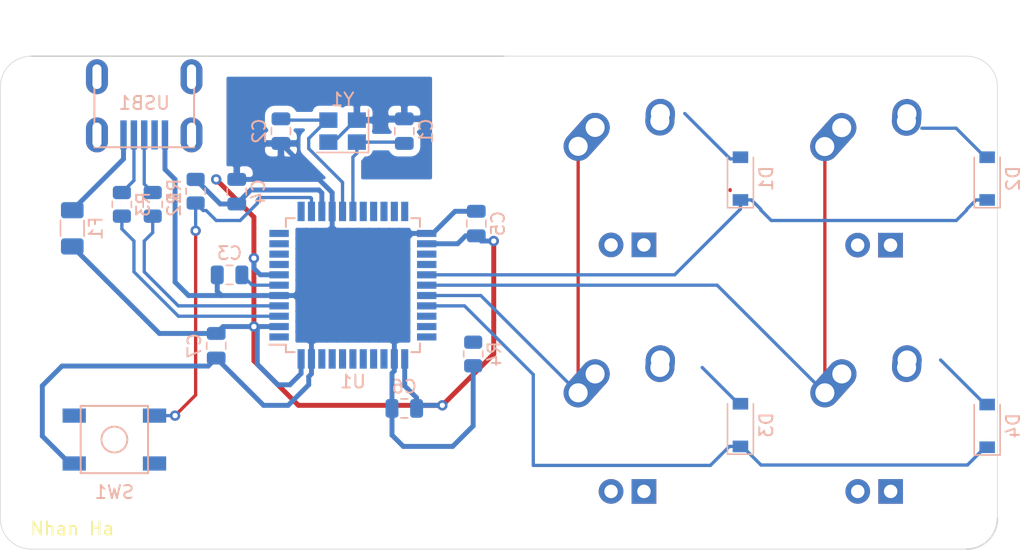
<source format=kicad_pcb>
(kicad_pcb (version 20171130) (host pcbnew "(5.1.4-0-10_14)")

  (general
    (thickness 1.6)
    (drawings 11)
    (tracks 203)
    (zones 0)
    (modules 24)
    (nets 45)
  )

  (page A4)
  (layers
    (0 F.Cu signal)
    (31 B.Cu signal)
    (32 B.Adhes user)
    (33 F.Adhes user)
    (34 B.Paste user)
    (35 F.Paste user)
    (36 B.SilkS user)
    (37 F.SilkS user)
    (38 B.Mask user)
    (39 F.Mask user)
    (40 Dwgs.User user)
    (41 Cmts.User user)
    (42 Eco1.User user)
    (43 Eco2.User user)
    (44 Edge.Cuts user)
    (45 Margin user)
    (46 B.CrtYd user)
    (47 F.CrtYd user)
    (48 B.Fab user)
    (49 F.Fab user)
  )

  (setup
    (last_trace_width 0.254)
    (trace_clearance 0.2)
    (zone_clearance 0.508)
    (zone_45_only no)
    (trace_min 0.000178)
    (via_size 0.8)
    (via_drill 0.4)
    (via_min_size 0.4)
    (via_min_drill 0.3)
    (uvia_size 0.3)
    (uvia_drill 0.1)
    (uvias_allowed no)
    (uvia_min_size 0.2)
    (uvia_min_drill 0.1)
    (edge_width 0.05)
    (segment_width 0.2)
    (pcb_text_width 0.3)
    (pcb_text_size 1.5 1.5)
    (mod_edge_width 0.12)
    (mod_text_size 1 1)
    (mod_text_width 0.15)
    (pad_size 2.7 1.7)
    (pad_drill 1.9)
    (pad_to_mask_clearance 0.051)
    (solder_mask_min_width 0.25)
    (aux_axis_origin 0 0)
    (visible_elements FFFFFF7F)
    (pcbplotparams
      (layerselection 0x010f0_ffffffff)
      (usegerberextensions true)
      (usegerberattributes false)
      (usegerberadvancedattributes false)
      (creategerberjobfile false)
      (excludeedgelayer true)
      (linewidth 0.100000)
      (plotframeref false)
      (viasonmask false)
      (mode 1)
      (useauxorigin false)
      (hpglpennumber 1)
      (hpglpenspeed 20)
      (hpglpendiameter 15.000000)
      (psnegative false)
      (psa4output false)
      (plotreference true)
      (plotvalue true)
      (plotinvisibletext false)
      (padsonsilk false)
      (subtractmaskfromsilk true)
      (outputformat 1)
      (mirror false)
      (drillshape 0)
      (scaleselection 1)
      (outputdirectory ""))
  )

  (net 0 "")
  (net 1 GND)
  (net 2 "Net-(C1-Pad1)")
  (net 3 "Net-(C2-Pad1)")
  (net 4 "Net-(C3-Pad1)")
  (net 5 +5V)
  (net 6 "Net-(D1-Pad2)")
  (net 7 ROW0)
  (net 8 "Net-(D2-Pad2)")
  (net 9 "Net-(D3-Pad2)")
  (net 10 ROW1)
  (net 11 "Net-(D4-Pad2)")
  (net 12 VCC)
  (net 13 COL0)
  (net 14 COL1)
  (net 15 "Net-(R1-Pad2)")
  (net 16 D+)
  (net 17 "Net-(R2-Pad1)")
  (net 18 D-)
  (net 19 "Net-(R3-Pad1)")
  (net 20 "Net-(R4-Pad2)")
  (net 21 "Net-(U1-Pad42)")
  (net 22 "Net-(U1-Pad41)")
  (net 23 "Net-(U1-Pad40)")
  (net 24 "Net-(U1-Pad39)")
  (net 25 "Net-(U1-Pad38)")
  (net 26 "Net-(U1-Pad37)")
  (net 27 "Net-(U1-Pad36)")
  (net 28 "Net-(U1-Pad32)")
  (net 29 "Net-(U1-Pad31)")
  (net 30 "Net-(U1-Pad26)")
  (net 31 "Net-(U1-Pad25)")
  (net 32 "Net-(U1-Pad22)")
  (net 33 "Net-(U1-Pad21)")
  (net 34 "Net-(U1-Pad20)")
  (net 35 "Net-(U1-Pad19)")
  (net 36 "Net-(U1-Pad18)")
  (net 37 "Net-(U1-Pad12)")
  (net 38 "Net-(U1-Pad11)")
  (net 39 "Net-(U1-Pad10)")
  (net 40 "Net-(U1-Pad9)")
  (net 41 "Net-(U1-Pad8)")
  (net 42 "Net-(U1-Pad1)")
  (net 43 "Net-(USB1-Pad6)")
  (net 44 "Net-(USB1-Pad2)")

  (net_class Default "This is the default net class."
    (clearance 0.2)
    (trace_width 0.254)
    (via_dia 0.8)
    (via_drill 0.4)
    (uvia_dia 0.3)
    (uvia_drill 0.1)
    (diff_pair_width 7.874015)
    (diff_pair_gap 0.25)
    (add_net COL0)
    (add_net COL1)
    (add_net D+)
    (add_net D-)
    (add_net "Net-(C1-Pad1)")
    (add_net "Net-(C2-Pad1)")
    (add_net "Net-(C3-Pad1)")
    (add_net "Net-(D1-Pad2)")
    (add_net "Net-(D2-Pad2)")
    (add_net "Net-(D3-Pad2)")
    (add_net "Net-(D4-Pad2)")
    (add_net "Net-(R1-Pad2)")
    (add_net "Net-(R2-Pad1)")
    (add_net "Net-(R3-Pad1)")
    (add_net "Net-(R4-Pad2)")
    (add_net "Net-(U1-Pad1)")
    (add_net "Net-(U1-Pad10)")
    (add_net "Net-(U1-Pad11)")
    (add_net "Net-(U1-Pad12)")
    (add_net "Net-(U1-Pad18)")
    (add_net "Net-(U1-Pad19)")
    (add_net "Net-(U1-Pad20)")
    (add_net "Net-(U1-Pad21)")
    (add_net "Net-(U1-Pad22)")
    (add_net "Net-(U1-Pad25)")
    (add_net "Net-(U1-Pad26)")
    (add_net "Net-(U1-Pad31)")
    (add_net "Net-(U1-Pad32)")
    (add_net "Net-(U1-Pad36)")
    (add_net "Net-(U1-Pad37)")
    (add_net "Net-(U1-Pad38)")
    (add_net "Net-(U1-Pad39)")
    (add_net "Net-(U1-Pad40)")
    (add_net "Net-(U1-Pad41)")
    (add_net "Net-(U1-Pad42)")
    (add_net "Net-(U1-Pad8)")
    (add_net "Net-(U1-Pad9)")
    (add_net "Net-(USB1-Pad2)")
    (add_net "Net-(USB1-Pad6)")
    (add_net ROW0)
    (add_net ROW1)
  )

  (net_class power ""
    (clearance 0.2)
    (trace_width 0.381)
    (via_dia 0.8)
    (via_drill 0.4)
    (uvia_dia 0.3)
    (uvia_drill 0.1)
    (diff_pair_width 7.874015)
    (diff_pair_gap 0.25)
    (add_net +5V)
    (add_net GND)
    (add_net VCC)
  )

  (module random-keyboard-parts:Molex-0548190589 (layer B.Cu) (tedit 6126CE79) (tstamp 6127E823)
    (at 64.29375 26.9875 270)
    (path /612522A7)
    (attr smd)
    (fp_text reference USB1 (at 2.032 0) (layer B.SilkS)
      (effects (font (size 1 1) (thickness 0.15)) (justify mirror))
    )
    (fp_text value Molex-0548190589 (at -5.08 0) (layer Dwgs.User)
      (effects (font (size 1 1) (thickness 0.15)))
    )
    (fp_text user %R (at 2 0) (layer B.CrtYd)
      (effects (font (size 1 1) (thickness 0.15)) (justify mirror))
    )
    (fp_line (start 3.25 1.25) (end 5.5 1.25) (layer B.CrtYd) (width 0.15))
    (fp_line (start 5.5 0.5) (end 3.25 0.5) (layer B.CrtYd) (width 0.15))
    (fp_line (start 3.25 -0.5) (end 5.5 -0.5) (layer B.CrtYd) (width 0.15))
    (fp_line (start 5.5 -1.25) (end 3.25 -1.25) (layer B.CrtYd) (width 0.15))
    (fp_line (start 3.25 -2) (end 5.5 -2) (layer B.CrtYd) (width 0.15))
    (fp_line (start 3.25 2) (end 3.25 -2) (layer B.CrtYd) (width 0.15))
    (fp_line (start 5.5 2) (end 3.25 2) (layer B.CrtYd) (width 0.15))
    (fp_line (start -3.75 -3.75) (end -3.75 3.75) (layer B.CrtYd) (width 0.15))
    (fp_line (start 5.5 -3.75) (end -3.75 -3.75) (layer B.CrtYd) (width 0.15))
    (fp_line (start 5.5 3.75) (end 5.5 -3.75) (layer B.CrtYd) (width 0.15))
    (fp_line (start -3.75 3.75) (end 5.5 3.75) (layer B.CrtYd) (width 0.15))
    (fp_line (start 0 3.85) (end 5.45 3.85) (layer B.SilkS) (width 0.15))
    (fp_line (start 0 -3.85) (end 5.45 -3.85) (layer B.SilkS) (width 0.15))
    (fp_line (start 5.45 3.85) (end 5.45 -3.85) (layer B.SilkS) (width 0.15))
    (fp_line (start -3.75 3.85) (end 0 3.85) (layer Dwgs.User) (width 0.15))
    (fp_line (start -3.75 -3.85) (end 0 -3.85) (layer Dwgs.User) (width 0.15))
    (fp_line (start -1.75 4.572) (end -1.75 -4.572) (layer Dwgs.User) (width 0.15))
    (fp_line (start -3.75 3.85) (end -3.75 -3.85) (layer Dwgs.User) (width 0.15))
    (pad 6 thru_hole oval (at 0 3.65 270) (size 2.7 1.7) (drill oval 1.9 0.7) (layers *.Cu *.Mask)
      (net 43 "Net-(USB1-Pad6)"))
    (pad 6 thru_hole oval (at 0 -3.65 270) (size 2.7 1.7) (drill oval 1.9 0.7) (layers *.Cu *.Mask)
      (net 43 "Net-(USB1-Pad6)"))
    (pad 6 thru_hole oval (at 4.5 -3.65 270) (size 2.7 1.7) (drill oval 1.9 0.7) (layers *.Cu *.Mask)
      (net 43 "Net-(USB1-Pad6)"))
    (pad 6 thru_hole oval (at 4.5 3.65 270) (size 2.7 1.7) (drill oval 1.9 0.7) (layers *.Cu *.Mask)
      (net 43 "Net-(USB1-Pad6)"))
    (pad 5 smd rect (at 4.5 1.6 270) (size 2.25 0.5) (layers B.Cu B.Paste B.Mask)
      (net 12 VCC))
    (pad 4 smd rect (at 4.5 0.8 270) (size 2.25 0.5) (layers B.Cu B.Paste B.Mask)
      (net 18 D-))
    (pad 3 smd rect (at 4.5 0 270) (size 2.25 0.5) (layers B.Cu B.Paste B.Mask)
      (net 16 D+))
    (pad 2 smd rect (at 4.5 -0.8 270) (size 2.25 0.5) (layers B.Cu B.Paste B.Mask)
      (net 44 "Net-(USB1-Pad2)"))
    (pad 1 smd rect (at 4.5 -1.6 270) (size 2.25 0.5) (layers B.Cu B.Paste B.Mask)
      (net 1 GND))
  )

  (module random-keyboard-parts:SKQG-1155865 (layer B.Cu) (tedit 5E62B398) (tstamp 61255AE4)
    (at 61.9875 55.03125 180)
    (path /61261BDA)
    (attr smd)
    (fp_text reference SW1 (at 0 -4.064) (layer B.SilkS)
      (effects (font (size 1 1) (thickness 0.15)) (justify mirror))
    )
    (fp_text value SW_Push (at 0 4.064) (layer B.Fab)
      (effects (font (size 1 1) (thickness 0.15)) (justify mirror))
    )
    (fp_line (start -2.6 2.6) (end 2.6 2.6) (layer B.SilkS) (width 0.15))
    (fp_line (start 2.6 2.6) (end 2.6 -2.6) (layer B.SilkS) (width 0.15))
    (fp_line (start 2.6 -2.6) (end -2.6 -2.6) (layer B.SilkS) (width 0.15))
    (fp_line (start -2.6 -2.6) (end -2.6 2.6) (layer B.SilkS) (width 0.15))
    (fp_circle (center 0 0) (end 1 0) (layer B.SilkS) (width 0.15))
    (fp_line (start -4.2 2.6) (end 4.2 2.6) (layer B.Fab) (width 0.15))
    (fp_line (start 4.2 2.6) (end 4.2 1.2) (layer B.Fab) (width 0.15))
    (fp_line (start 4.2 1.1) (end 2.6 1.1) (layer B.Fab) (width 0.15))
    (fp_line (start 2.6 1.1) (end 2.6 -1.1) (layer B.Fab) (width 0.15))
    (fp_line (start 2.6 -1.1) (end 4.2 -1.1) (layer B.Fab) (width 0.15))
    (fp_line (start 4.2 -1.1) (end 4.2 -2.6) (layer B.Fab) (width 0.15))
    (fp_line (start 4.2 -2.6) (end -4.2 -2.6) (layer B.Fab) (width 0.15))
    (fp_line (start -4.2 -2.6) (end -4.2 -1.1) (layer B.Fab) (width 0.15))
    (fp_line (start -4.2 -1.1) (end -2.6 -1.1) (layer B.Fab) (width 0.15))
    (fp_line (start -2.6 -1.1) (end -2.6 1.1) (layer B.Fab) (width 0.15))
    (fp_line (start -2.6 1.1) (end -4.2 1.1) (layer B.Fab) (width 0.15))
    (fp_line (start -4.2 1.1) (end -4.2 2.6) (layer B.Fab) (width 0.15))
    (fp_circle (center 0 0) (end 1 0) (layer B.Fab) (width 0.15))
    (fp_line (start -2.6 1.1) (end -1.1 2.6) (layer B.Fab) (width 0.15))
    (fp_line (start 2.6 1.1) (end 1.1 2.6) (layer B.Fab) (width 0.15))
    (fp_line (start 2.6 -1.1) (end 1.1 -2.6) (layer B.Fab) (width 0.15))
    (fp_line (start -2.6 -1.1) (end -1.1 -2.6) (layer B.Fab) (width 0.15))
    (pad 4 smd rect (at -3.1 -1.85 180) (size 1.8 1.1) (layers B.Cu B.Paste B.Mask))
    (pad 3 smd rect (at 3.1 1.85 180) (size 1.8 1.1) (layers B.Cu B.Paste B.Mask))
    (pad 2 smd rect (at -3.1 1.85 180) (size 1.8 1.1) (layers B.Cu B.Paste B.Mask)
      (net 15 "Net-(R1-Pad2)"))
    (pad 1 smd rect (at 3.1 -1.85 180) (size 1.8 1.1) (layers B.Cu B.Paste B.Mask)
      (net 1 GND))
    (model ${KISYS3DMOD}/Button_Switch_SMD.3dshapes/SW_SPST_TL3342.step
      (at (xyz 0 0 0))
      (scale (xyz 1 1 1))
      (rotate (xyz 0 0 0))
    )
  )

  (module MX_Alps_Hybrid:MX-1U (layer F.Cu) (tedit 5A9F3A9A) (tstamp 6126D280)
    (at 120.659488 53.95934)
    (path /61265E05)
    (fp_text reference MX4 (at 0 3.175) (layer Dwgs.User)
      (effects (font (size 1 1) (thickness 0.15)))
    )
    (fp_text value MX-NoLED (at 0 -7.9375) (layer Dwgs.User)
      (effects (font (size 1 1) (thickness 0.15)))
    )
    (fp_line (start -9.525 9.525) (end -9.525 -9.525) (layer Dwgs.User) (width 0.15))
    (fp_line (start 9.525 9.525) (end -9.525 9.525) (layer Dwgs.User) (width 0.15))
    (fp_line (start 9.525 -9.525) (end 9.525 9.525) (layer Dwgs.User) (width 0.15))
    (fp_line (start -9.525 -9.525) (end 9.525 -9.525) (layer Dwgs.User) (width 0.15))
    (fp_line (start -7 -7) (end -7 -5) (layer Dwgs.User) (width 0.15))
    (fp_line (start -5 -7) (end -7 -7) (layer Dwgs.User) (width 0.15))
    (fp_line (start -7 7) (end -5 7) (layer Dwgs.User) (width 0.15))
    (fp_line (start -7 5) (end -7 7) (layer Dwgs.User) (width 0.15))
    (fp_line (start 7 7) (end 7 5) (layer Dwgs.User) (width 0.15))
    (fp_line (start 5 7) (end 7 7) (layer Dwgs.User) (width 0.15))
    (fp_line (start 7 -7) (end 7 -5) (layer Dwgs.User) (width 0.15))
    (fp_line (start 5 -7) (end 7 -7) (layer Dwgs.User) (width 0.15))
    (pad "" np_thru_hole circle (at 5.08 0 48.0996) (size 1.75 1.75) (drill 1.75) (layers *.Cu *.Mask))
    (pad "" np_thru_hole circle (at -5.08 0 48.0996) (size 1.75 1.75) (drill 1.75) (layers *.Cu *.Mask))
    (pad 4 thru_hole rect (at 1.27 5.08) (size 1.905 1.905) (drill 1.04) (layers *.Cu B.Mask))
    (pad 3 thru_hole circle (at -1.27 5.08) (size 1.905 1.905) (drill 1.04) (layers *.Cu B.Mask))
    (pad 1 thru_hole circle (at -2.5 -4) (size 2.25 2.25) (drill 1.47) (layers *.Cu B.Mask)
      (net 14 COL1))
    (pad "" np_thru_hole circle (at 0 0) (size 3.9878 3.9878) (drill 3.9878) (layers *.Cu *.Mask))
    (pad 1 thru_hole oval (at -3.81 -2.54 48.0996) (size 4.211556 2.25) (drill 1.47 (offset 0.980778 0)) (layers *.Cu B.Mask)
      (net 14 COL1))
    (pad 2 thru_hole circle (at 2.54 -5.08) (size 2.25 2.25) (drill 1.47) (layers *.Cu B.Mask)
      (net 11 "Net-(D4-Pad2)"))
    (pad 2 thru_hole oval (at 2.5 -4.5 86.0548) (size 2.831378 2.25) (drill 1.47 (offset 0.290689 0)) (layers *.Cu B.Mask)
      (net 11 "Net-(D4-Pad2)"))
  )

  (module MX_Alps_Hybrid:MX-1U (layer F.Cu) (tedit 5A9F3A9A) (tstamp 61255A6B)
    (at 101.609488 53.95934)
    (path /61263ED7)
    (fp_text reference MX3 (at 0 3.175) (layer Dwgs.User)
      (effects (font (size 1 1) (thickness 0.15)))
    )
    (fp_text value MX-NoLED (at 0 -7.9375) (layer Dwgs.User)
      (effects (font (size 1 1) (thickness 0.15)))
    )
    (fp_line (start -9.525 9.525) (end -9.525 -9.525) (layer Dwgs.User) (width 0.15))
    (fp_line (start 9.525 9.525) (end -9.525 9.525) (layer Dwgs.User) (width 0.15))
    (fp_line (start 9.525 -9.525) (end 9.525 9.525) (layer Dwgs.User) (width 0.15))
    (fp_line (start -9.525 -9.525) (end 9.525 -9.525) (layer Dwgs.User) (width 0.15))
    (fp_line (start -7 -7) (end -7 -5) (layer Dwgs.User) (width 0.15))
    (fp_line (start -5 -7) (end -7 -7) (layer Dwgs.User) (width 0.15))
    (fp_line (start -7 7) (end -5 7) (layer Dwgs.User) (width 0.15))
    (fp_line (start -7 5) (end -7 7) (layer Dwgs.User) (width 0.15))
    (fp_line (start 7 7) (end 7 5) (layer Dwgs.User) (width 0.15))
    (fp_line (start 5 7) (end 7 7) (layer Dwgs.User) (width 0.15))
    (fp_line (start 7 -7) (end 7 -5) (layer Dwgs.User) (width 0.15))
    (fp_line (start 5 -7) (end 7 -7) (layer Dwgs.User) (width 0.15))
    (pad "" np_thru_hole circle (at 5.08 0 48.0996) (size 1.75 1.75) (drill 1.75) (layers *.Cu *.Mask))
    (pad "" np_thru_hole circle (at -5.08 0 48.0996) (size 1.75 1.75) (drill 1.75) (layers *.Cu *.Mask))
    (pad 4 thru_hole rect (at 1.27 5.08) (size 1.905 1.905) (drill 1.04) (layers *.Cu B.Mask))
    (pad 3 thru_hole circle (at -1.27 5.08) (size 1.905 1.905) (drill 1.04) (layers *.Cu B.Mask))
    (pad 1 thru_hole circle (at -2.5 -4) (size 2.25 2.25) (drill 1.47) (layers *.Cu B.Mask)
      (net 13 COL0))
    (pad "" np_thru_hole circle (at 0 0) (size 3.9878 3.9878) (drill 3.9878) (layers *.Cu *.Mask))
    (pad 1 thru_hole oval (at -3.81 -2.54 48.0996) (size 4.211556 2.25) (drill 1.47 (offset 0.980778 0)) (layers *.Cu B.Mask)
      (net 13 COL0))
    (pad 2 thru_hole circle (at 2.54 -5.08) (size 2.25 2.25) (drill 1.47) (layers *.Cu B.Mask)
      (net 9 "Net-(D3-Pad2)"))
    (pad 2 thru_hole oval (at 2.5 -4.5 86.0548) (size 2.831378 2.25) (drill 1.47 (offset 0.290689 0)) (layers *.Cu B.Mask)
      (net 9 "Net-(D3-Pad2)"))
  )

  (module MX_Alps_Hybrid:MX-1U (layer F.Cu) (tedit 5A9F3A9A) (tstamp 6127008D)
    (at 120.65 34.925)
    (path /61262832)
    (fp_text reference MX2 (at 0 3.175) (layer Dwgs.User)
      (effects (font (size 1 1) (thickness 0.15)))
    )
    (fp_text value MX-NoLED (at 0 -7.9375) (layer Dwgs.User)
      (effects (font (size 1 1) (thickness 0.15)))
    )
    (fp_line (start -9.525 9.525) (end -9.525 -9.525) (layer Dwgs.User) (width 0.15))
    (fp_line (start 9.525 9.525) (end -9.525 9.525) (layer Dwgs.User) (width 0.15))
    (fp_line (start 9.525 -9.525) (end 9.525 9.525) (layer Dwgs.User) (width 0.15))
    (fp_line (start -9.525 -9.525) (end 9.525 -9.525) (layer Dwgs.User) (width 0.15))
    (fp_line (start -7 -7) (end -7 -5) (layer Dwgs.User) (width 0.15))
    (fp_line (start -5 -7) (end -7 -7) (layer Dwgs.User) (width 0.15))
    (fp_line (start -7 7) (end -5 7) (layer Dwgs.User) (width 0.15))
    (fp_line (start -7 5) (end -7 7) (layer Dwgs.User) (width 0.15))
    (fp_line (start 7 7) (end 7 5) (layer Dwgs.User) (width 0.15))
    (fp_line (start 5 7) (end 7 7) (layer Dwgs.User) (width 0.15))
    (fp_line (start 7 -7) (end 7 -5) (layer Dwgs.User) (width 0.15))
    (fp_line (start 5 -7) (end 7 -7) (layer Dwgs.User) (width 0.15))
    (pad "" np_thru_hole circle (at 5.08 0 48.0996) (size 1.75 1.75) (drill 1.75) (layers *.Cu *.Mask))
    (pad "" np_thru_hole circle (at -5.08 0 48.0996) (size 1.75 1.75) (drill 1.75) (layers *.Cu *.Mask))
    (pad 4 thru_hole rect (at 1.27 5.08) (size 1.905 1.905) (drill 1.04) (layers *.Cu B.Mask))
    (pad 3 thru_hole circle (at -1.27 5.08) (size 1.905 1.905) (drill 1.04) (layers *.Cu B.Mask))
    (pad 1 thru_hole circle (at -2.5 -4) (size 2.25 2.25) (drill 1.47) (layers *.Cu B.Mask)
      (net 14 COL1))
    (pad "" np_thru_hole circle (at 0 0) (size 3.9878 3.9878) (drill 3.9878) (layers *.Cu *.Mask))
    (pad 1 thru_hole oval (at -3.81 -2.54 48.0996) (size 4.211556 2.25) (drill 1.47 (offset 0.980778 0)) (layers *.Cu B.Mask)
      (net 14 COL1))
    (pad 2 thru_hole circle (at 2.54 -5.08) (size 2.25 2.25) (drill 1.47) (layers *.Cu B.Mask)
      (net 8 "Net-(D2-Pad2)"))
    (pad 2 thru_hole oval (at 2.5 -4.5 86.0548) (size 2.831378 2.25) (drill 1.47 (offset 0.290689 0)) (layers *.Cu B.Mask)
      (net 8 "Net-(D2-Pad2)"))
  )

  (module MX_Alps_Hybrid:MX-1U (layer F.Cu) (tedit 5A9F3A9A) (tstamp 6125930C)
    (at 101.609488 34.90934)
    (path /6125CA13)
    (fp_text reference MX1 (at 0 3.175) (layer Dwgs.User)
      (effects (font (size 1 1) (thickness 0.15)))
    )
    (fp_text value MX-NoLED (at 0 -7.9375) (layer Dwgs.User)
      (effects (font (size 1 1) (thickness 0.15)))
    )
    (fp_line (start -9.525 9.525) (end -9.525 -9.525) (layer Dwgs.User) (width 0.15))
    (fp_line (start 9.525 9.525) (end -9.525 9.525) (layer Dwgs.User) (width 0.15))
    (fp_line (start 9.525 -9.525) (end 9.525 9.525) (layer Dwgs.User) (width 0.15))
    (fp_line (start -9.525 -9.525) (end 9.525 -9.525) (layer Dwgs.User) (width 0.15))
    (fp_line (start -7 -7) (end -7 -5) (layer Dwgs.User) (width 0.15))
    (fp_line (start -5 -7) (end -7 -7) (layer Dwgs.User) (width 0.15))
    (fp_line (start -7 7) (end -5 7) (layer Dwgs.User) (width 0.15))
    (fp_line (start -7 5) (end -7 7) (layer Dwgs.User) (width 0.15))
    (fp_line (start 7 7) (end 7 5) (layer Dwgs.User) (width 0.15))
    (fp_line (start 5 7) (end 7 7) (layer Dwgs.User) (width 0.15))
    (fp_line (start 7 -7) (end 7 -5) (layer Dwgs.User) (width 0.15))
    (fp_line (start 5 -7) (end 7 -7) (layer Dwgs.User) (width 0.15))
    (pad "" np_thru_hole circle (at 5.08 0 48.0996) (size 1.75 1.75) (drill 1.75) (layers *.Cu *.Mask))
    (pad "" np_thru_hole circle (at -5.08 0 48.0996) (size 1.75 1.75) (drill 1.75) (layers *.Cu *.Mask))
    (pad 4 thru_hole rect (at 1.27 5.08) (size 1.905 1.905) (drill 1.04) (layers *.Cu B.Mask))
    (pad 3 thru_hole circle (at -1.27 5.08) (size 1.905 1.905) (drill 1.04) (layers *.Cu B.Mask))
    (pad 1 thru_hole circle (at -2.5 -4) (size 2.25 2.25) (drill 1.47) (layers *.Cu B.Mask)
      (net 13 COL0))
    (pad "" np_thru_hole circle (at 0 0) (size 3.9878 3.9878) (drill 3.9878) (layers *.Cu *.Mask))
    (pad 1 thru_hole oval (at -3.81 -2.54 48.0996) (size 4.211556 2.25) (drill 1.47 (offset 0.980778 0)) (layers *.Cu B.Mask)
      (net 13 COL0))
    (pad 2 thru_hole circle (at 2.54 -5.08) (size 2.25 2.25) (drill 1.47) (layers *.Cu B.Mask)
      (net 6 "Net-(D1-Pad2)"))
    (pad 2 thru_hole oval (at 2.5 -4.5 86.0548) (size 2.831378 2.25) (drill 1.47 (offset 0.290689 0)) (layers *.Cu B.Mask)
      (net 6 "Net-(D1-Pad2)"))
  )

  (module Crystal:Crystal_SMD_3225-4Pin_3.2x2.5mm (layer B.Cu) (tedit 5A0FD1B2) (tstamp 6126A611)
    (at 79.6125 31.19375 180)
    (descr "SMD Crystal SERIES SMD3225/4 http://www.txccrystal.com/images/pdf/7m-accuracy.pdf, 3.2x2.5mm^2 package")
    (tags "SMD SMT crystal")
    (path /61256D51)
    (attr smd)
    (fp_text reference Y1 (at 0 2.45) (layer B.SilkS)
      (effects (font (size 1 1) (thickness 0.15)) (justify mirror))
    )
    (fp_text value Crystal_GND24_Small (at 0 -2.45) (layer B.Fab)
      (effects (font (size 1 1) (thickness 0.15)) (justify mirror))
    )
    (fp_line (start 2.1 1.7) (end -2.1 1.7) (layer B.CrtYd) (width 0.05))
    (fp_line (start 2.1 -1.7) (end 2.1 1.7) (layer B.CrtYd) (width 0.05))
    (fp_line (start -2.1 -1.7) (end 2.1 -1.7) (layer B.CrtYd) (width 0.05))
    (fp_line (start -2.1 1.7) (end -2.1 -1.7) (layer B.CrtYd) (width 0.05))
    (fp_line (start -2 -1.65) (end 2 -1.65) (layer B.SilkS) (width 0.12))
    (fp_line (start -2 1.65) (end -2 -1.65) (layer B.SilkS) (width 0.12))
    (fp_line (start -1.6 -0.25) (end -0.6 -1.25) (layer B.Fab) (width 0.1))
    (fp_line (start 1.6 1.25) (end -1.6 1.25) (layer B.Fab) (width 0.1))
    (fp_line (start 1.6 -1.25) (end 1.6 1.25) (layer B.Fab) (width 0.1))
    (fp_line (start -1.6 -1.25) (end 1.6 -1.25) (layer B.Fab) (width 0.1))
    (fp_line (start -1.6 1.25) (end -1.6 -1.25) (layer B.Fab) (width 0.1))
    (fp_text user %R (at 0 0) (layer B.Fab)
      (effects (font (size 0.7 0.7) (thickness 0.105)) (justify mirror))
    )
    (pad 4 smd rect (at -1.1 0.85 180) (size 1.4 1.2) (layers B.Cu B.Paste B.Mask)
      (net 1 GND))
    (pad 3 smd rect (at 1.1 0.85 180) (size 1.4 1.2) (layers B.Cu B.Paste B.Mask)
      (net 3 "Net-(C2-Pad1)"))
    (pad 2 smd rect (at 1.1 -0.85 180) (size 1.4 1.2) (layers B.Cu B.Paste B.Mask)
      (net 1 GND))
    (pad 1 smd rect (at -1.1 -0.85 180) (size 1.4 1.2) (layers B.Cu B.Paste B.Mask)
      (net 2 "Net-(C1-Pad1)"))
    (model ${KISYS3DMOD}/Crystal.3dshapes/Crystal_SMD_3225-4Pin_3.2x2.5mm.wrl
      (at (xyz 0 0 0))
      (scale (xyz 1 1 1))
      (rotate (xyz 0 0 0))
    )
  )

  (module Package_QFP:TQFP-44_10x10mm_P0.8mm (layer B.Cu) (tedit 5A02F146) (tstamp 6126B6D5)
    (at 80.40625 43.1)
    (descr "44-Lead Plastic Thin Quad Flatpack (PT) - 10x10x1.0 mm Body [TQFP] (see Microchip Packaging Specification 00000049BS.pdf)")
    (tags "QFP 0.8")
    (path /612426AF)
    (attr smd)
    (fp_text reference U1 (at 0 7.45) (layer B.SilkS)
      (effects (font (size 1 1) (thickness 0.15)) (justify mirror))
    )
    (fp_text value ATmega32U4-A (at 0 -7.45) (layer B.Fab)
      (effects (font (size 1 1) (thickness 0.15)) (justify mirror))
    )
    (fp_line (start -5.175 4.6) (end -6.45 4.6) (layer B.SilkS) (width 0.15))
    (fp_line (start 5.175 5.175) (end 4.5 5.175) (layer B.SilkS) (width 0.15))
    (fp_line (start 5.175 -5.175) (end 4.5 -5.175) (layer B.SilkS) (width 0.15))
    (fp_line (start -5.175 -5.175) (end -4.5 -5.175) (layer B.SilkS) (width 0.15))
    (fp_line (start -5.175 5.175) (end -4.5 5.175) (layer B.SilkS) (width 0.15))
    (fp_line (start -5.175 -5.175) (end -5.175 -4.5) (layer B.SilkS) (width 0.15))
    (fp_line (start 5.175 -5.175) (end 5.175 -4.5) (layer B.SilkS) (width 0.15))
    (fp_line (start 5.175 5.175) (end 5.175 4.5) (layer B.SilkS) (width 0.15))
    (fp_line (start -5.175 5.175) (end -5.175 4.6) (layer B.SilkS) (width 0.15))
    (fp_line (start -6.7 -6.7) (end 6.7 -6.7) (layer B.CrtYd) (width 0.05))
    (fp_line (start -6.7 6.7) (end 6.7 6.7) (layer B.CrtYd) (width 0.05))
    (fp_line (start 6.7 6.7) (end 6.7 -6.7) (layer B.CrtYd) (width 0.05))
    (fp_line (start -6.7 6.7) (end -6.7 -6.7) (layer B.CrtYd) (width 0.05))
    (fp_line (start -5 4) (end -4 5) (layer B.Fab) (width 0.15))
    (fp_line (start -5 -5) (end -5 4) (layer B.Fab) (width 0.15))
    (fp_line (start 5 -5) (end -5 -5) (layer B.Fab) (width 0.15))
    (fp_line (start 5 5) (end 5 -5) (layer B.Fab) (width 0.15))
    (fp_line (start -4 5) (end 5 5) (layer B.Fab) (width 0.15))
    (fp_text user %R (at 0 0) (layer B.Fab)
      (effects (font (size 1 1) (thickness 0.15)) (justify mirror))
    )
    (pad 44 smd rect (at -4 5.7 270) (size 1.5 0.55) (layers B.Cu B.Paste B.Mask)
      (net 5 +5V))
    (pad 43 smd rect (at -3.2 5.7 270) (size 1.5 0.55) (layers B.Cu B.Paste B.Mask)
      (net 1 GND))
    (pad 42 smd rect (at -2.4 5.7 270) (size 1.5 0.55) (layers B.Cu B.Paste B.Mask)
      (net 21 "Net-(U1-Pad42)"))
    (pad 41 smd rect (at -1.6 5.7 270) (size 1.5 0.55) (layers B.Cu B.Paste B.Mask)
      (net 22 "Net-(U1-Pad41)"))
    (pad 40 smd rect (at -0.8 5.7 270) (size 1.5 0.55) (layers B.Cu B.Paste B.Mask)
      (net 23 "Net-(U1-Pad40)"))
    (pad 39 smd rect (at 0 5.7 270) (size 1.5 0.55) (layers B.Cu B.Paste B.Mask)
      (net 24 "Net-(U1-Pad39)"))
    (pad 38 smd rect (at 0.8 5.7 270) (size 1.5 0.55) (layers B.Cu B.Paste B.Mask)
      (net 25 "Net-(U1-Pad38)"))
    (pad 37 smd rect (at 1.6 5.7 270) (size 1.5 0.55) (layers B.Cu B.Paste B.Mask)
      (net 26 "Net-(U1-Pad37)"))
    (pad 36 smd rect (at 2.4 5.7 270) (size 1.5 0.55) (layers B.Cu B.Paste B.Mask)
      (net 27 "Net-(U1-Pad36)"))
    (pad 35 smd rect (at 3.2 5.7 270) (size 1.5 0.55) (layers B.Cu B.Paste B.Mask)
      (net 1 GND))
    (pad 34 smd rect (at 4 5.7 270) (size 1.5 0.55) (layers B.Cu B.Paste B.Mask)
      (net 5 +5V))
    (pad 33 smd rect (at 5.7 4) (size 1.5 0.55) (layers B.Cu B.Paste B.Mask)
      (net 20 "Net-(R4-Pad2)"))
    (pad 32 smd rect (at 5.7 3.2) (size 1.5 0.55) (layers B.Cu B.Paste B.Mask)
      (net 28 "Net-(U1-Pad32)"))
    (pad 31 smd rect (at 5.7 2.4) (size 1.5 0.55) (layers B.Cu B.Paste B.Mask)
      (net 29 "Net-(U1-Pad31)"))
    (pad 30 smd rect (at 5.7 1.6) (size 1.5 0.55) (layers B.Cu B.Paste B.Mask)
      (net 10 ROW1))
    (pad 29 smd rect (at 5.7 0.8) (size 1.5 0.55) (layers B.Cu B.Paste B.Mask)
      (net 13 COL0))
    (pad 28 smd rect (at 5.7 0) (size 1.5 0.55) (layers B.Cu B.Paste B.Mask)
      (net 14 COL1))
    (pad 27 smd rect (at 5.7 -0.8) (size 1.5 0.55) (layers B.Cu B.Paste B.Mask)
      (net 7 ROW0))
    (pad 26 smd rect (at 5.7 -1.6) (size 1.5 0.55) (layers B.Cu B.Paste B.Mask)
      (net 30 "Net-(U1-Pad26)"))
    (pad 25 smd rect (at 5.7 -2.4) (size 1.5 0.55) (layers B.Cu B.Paste B.Mask)
      (net 31 "Net-(U1-Pad25)"))
    (pad 24 smd rect (at 5.7 -3.2) (size 1.5 0.55) (layers B.Cu B.Paste B.Mask)
      (net 5 +5V))
    (pad 23 smd rect (at 5.7 -4) (size 1.5 0.55) (layers B.Cu B.Paste B.Mask)
      (net 1 GND))
    (pad 22 smd rect (at 4 -5.7 270) (size 1.5 0.55) (layers B.Cu B.Paste B.Mask)
      (net 32 "Net-(U1-Pad22)"))
    (pad 21 smd rect (at 3.2 -5.7 270) (size 1.5 0.55) (layers B.Cu B.Paste B.Mask)
      (net 33 "Net-(U1-Pad21)"))
    (pad 20 smd rect (at 2.4 -5.7 270) (size 1.5 0.55) (layers B.Cu B.Paste B.Mask)
      (net 34 "Net-(U1-Pad20)"))
    (pad 19 smd rect (at 1.6 -5.7 270) (size 1.5 0.55) (layers B.Cu B.Paste B.Mask)
      (net 35 "Net-(U1-Pad19)"))
    (pad 18 smd rect (at 0.8 -5.7 270) (size 1.5 0.55) (layers B.Cu B.Paste B.Mask)
      (net 36 "Net-(U1-Pad18)"))
    (pad 17 smd rect (at 0 -5.7 270) (size 1.5 0.55) (layers B.Cu B.Paste B.Mask)
      (net 2 "Net-(C1-Pad1)"))
    (pad 16 smd rect (at -0.8 -5.7 270) (size 1.5 0.55) (layers B.Cu B.Paste B.Mask)
      (net 3 "Net-(C2-Pad1)"))
    (pad 15 smd rect (at -1.6 -5.7 270) (size 1.5 0.55) (layers B.Cu B.Paste B.Mask)
      (net 1 GND))
    (pad 14 smd rect (at -2.4 -5.7 270) (size 1.5 0.55) (layers B.Cu B.Paste B.Mask)
      (net 5 +5V))
    (pad 13 smd rect (at -3.2 -5.7 270) (size 1.5 0.55) (layers B.Cu B.Paste B.Mask)
      (net 15 "Net-(R1-Pad2)"))
    (pad 12 smd rect (at -4 -5.7 270) (size 1.5 0.55) (layers B.Cu B.Paste B.Mask)
      (net 37 "Net-(U1-Pad12)"))
    (pad 11 smd rect (at -5.7 -4) (size 1.5 0.55) (layers B.Cu B.Paste B.Mask)
      (net 38 "Net-(U1-Pad11)"))
    (pad 10 smd rect (at -5.7 -3.2) (size 1.5 0.55) (layers B.Cu B.Paste B.Mask)
      (net 39 "Net-(U1-Pad10)"))
    (pad 9 smd rect (at -5.7 -2.4) (size 1.5 0.55) (layers B.Cu B.Paste B.Mask)
      (net 40 "Net-(U1-Pad9)"))
    (pad 8 smd rect (at -5.7 -1.6) (size 1.5 0.55) (layers B.Cu B.Paste B.Mask)
      (net 41 "Net-(U1-Pad8)"))
    (pad 7 smd rect (at -5.7 -0.8) (size 1.5 0.55) (layers B.Cu B.Paste B.Mask)
      (net 5 +5V))
    (pad 6 smd rect (at -5.7 0) (size 1.5 0.55) (layers B.Cu B.Paste B.Mask)
      (net 4 "Net-(C3-Pad1)"))
    (pad 5 smd rect (at -5.7 0.8) (size 1.5 0.55) (layers B.Cu B.Paste B.Mask)
      (net 1 GND))
    (pad 4 smd rect (at -5.7 1.6) (size 1.5 0.55) (layers B.Cu B.Paste B.Mask)
      (net 17 "Net-(R2-Pad1)"))
    (pad 3 smd rect (at -5.7 2.4) (size 1.5 0.55) (layers B.Cu B.Paste B.Mask)
      (net 19 "Net-(R3-Pad1)"))
    (pad 2 smd rect (at -5.7 3.2) (size 1.5 0.55) (layers B.Cu B.Paste B.Mask)
      (net 5 +5V))
    (pad 1 smd rect (at -5.7 4) (size 1.5 0.55) (layers B.Cu B.Paste B.Mask)
      (net 42 "Net-(U1-Pad1)"))
    (model ${KISYS3DMOD}/Package_QFP.3dshapes/TQFP-44_10x10mm_P0.8mm.wrl
      (at (xyz 0 0 0))
      (scale (xyz 1 1 1))
      (rotate (xyz 0 0 0))
    )
  )

  (module Resistor_SMD:R_0805_2012Metric (layer B.Cu) (tedit 5F68FEEE) (tstamp 61255AC6)
    (at 89.69375 48.41875 90)
    (descr "Resistor SMD 0805 (2012 Metric), square (rectangular) end terminal, IPC_7351 nominal, (Body size source: IPC-SM-782 page 72, https://www.pcb-3d.com/wordpress/wp-content/uploads/ipc-sm-782a_amendment_1_and_2.pdf), generated with kicad-footprint-generator")
    (tags resistor)
    (path /61249384)
    (attr smd)
    (fp_text reference R4 (at 0 1.65 270) (layer B.SilkS)
      (effects (font (size 1 1) (thickness 0.15)) (justify mirror))
    )
    (fp_text value 10k (at 0 -1.65 270) (layer B.Fab)
      (effects (font (size 1 1) (thickness 0.15)) (justify mirror))
    )
    (fp_text user %R (at 0 0 270) (layer B.Fab)
      (effects (font (size 0.5 0.5) (thickness 0.08)) (justify mirror))
    )
    (fp_line (start 1.68 -0.95) (end -1.68 -0.95) (layer B.CrtYd) (width 0.05))
    (fp_line (start 1.68 0.95) (end 1.68 -0.95) (layer B.CrtYd) (width 0.05))
    (fp_line (start -1.68 0.95) (end 1.68 0.95) (layer B.CrtYd) (width 0.05))
    (fp_line (start -1.68 -0.95) (end -1.68 0.95) (layer B.CrtYd) (width 0.05))
    (fp_line (start -0.227064 -0.735) (end 0.227064 -0.735) (layer B.SilkS) (width 0.12))
    (fp_line (start -0.227064 0.735) (end 0.227064 0.735) (layer B.SilkS) (width 0.12))
    (fp_line (start 1 -0.625) (end -1 -0.625) (layer B.Fab) (width 0.1))
    (fp_line (start 1 0.625) (end 1 -0.625) (layer B.Fab) (width 0.1))
    (fp_line (start -1 0.625) (end 1 0.625) (layer B.Fab) (width 0.1))
    (fp_line (start -1 -0.625) (end -1 0.625) (layer B.Fab) (width 0.1))
    (pad 2 smd roundrect (at 0.9125 0 90) (size 1.025 1.4) (layers B.Cu B.Paste B.Mask) (roundrect_rratio 0.243902)
      (net 20 "Net-(R4-Pad2)"))
    (pad 1 smd roundrect (at -0.9125 0 90) (size 1.025 1.4) (layers B.Cu B.Paste B.Mask) (roundrect_rratio 0.243902)
      (net 1 GND))
    (model ${KISYS3DMOD}/Resistor_SMD.3dshapes/R_0805_2012Metric.wrl
      (at (xyz 0 0 0))
      (scale (xyz 1 1 1))
      (rotate (xyz 0 0 0))
    )
  )

  (module Resistor_SMD:R_0805_2012Metric (layer B.Cu) (tedit 5F68FEEE) (tstamp 61259E0D)
    (at 62.566641 36.852569 90)
    (descr "Resistor SMD 0805 (2012 Metric), square (rectangular) end terminal, IPC_7351 nominal, (Body size source: IPC-SM-782 page 72, https://www.pcb-3d.com/wordpress/wp-content/uploads/ipc-sm-782a_amendment_1_and_2.pdf), generated with kicad-footprint-generator")
    (tags resistor)
    (path /6124C799)
    (attr smd)
    (fp_text reference R3 (at 0 1.65 270) (layer B.SilkS)
      (effects (font (size 1 1) (thickness 0.15)) (justify mirror))
    )
    (fp_text value 22 (at 0 -1.65 270) (layer B.Fab)
      (effects (font (size 1 1) (thickness 0.15)) (justify mirror))
    )
    (fp_text user %R (at 0 0 270) (layer B.Fab)
      (effects (font (size 0.5 0.5) (thickness 0.08)) (justify mirror))
    )
    (fp_line (start 1.68 -0.95) (end -1.68 -0.95) (layer B.CrtYd) (width 0.05))
    (fp_line (start 1.68 0.95) (end 1.68 -0.95) (layer B.CrtYd) (width 0.05))
    (fp_line (start -1.68 0.95) (end 1.68 0.95) (layer B.CrtYd) (width 0.05))
    (fp_line (start -1.68 -0.95) (end -1.68 0.95) (layer B.CrtYd) (width 0.05))
    (fp_line (start -0.227064 -0.735) (end 0.227064 -0.735) (layer B.SilkS) (width 0.12))
    (fp_line (start -0.227064 0.735) (end 0.227064 0.735) (layer B.SilkS) (width 0.12))
    (fp_line (start 1 -0.625) (end -1 -0.625) (layer B.Fab) (width 0.1))
    (fp_line (start 1 0.625) (end 1 -0.625) (layer B.Fab) (width 0.1))
    (fp_line (start -1 0.625) (end 1 0.625) (layer B.Fab) (width 0.1))
    (fp_line (start -1 -0.625) (end -1 0.625) (layer B.Fab) (width 0.1))
    (pad 2 smd roundrect (at 0.9125 0 90) (size 1.025 1.4) (layers B.Cu B.Paste B.Mask) (roundrect_rratio 0.243902)
      (net 18 D-))
    (pad 1 smd roundrect (at -0.9125 0 90) (size 1.025 1.4) (layers B.Cu B.Paste B.Mask) (roundrect_rratio 0.243902)
      (net 19 "Net-(R3-Pad1)"))
    (model ${KISYS3DMOD}/Resistor_SMD.3dshapes/R_0805_2012Metric.wrl
      (at (xyz 0 0 0))
      (scale (xyz 1 1 1))
      (rotate (xyz 0 0 0))
    )
  )

  (module Resistor_SMD:R_0805_2012Metric (layer B.Cu) (tedit 5F68FEEE) (tstamp 61269DAE)
    (at 64.947891 36.852569 90)
    (descr "Resistor SMD 0805 (2012 Metric), square (rectangular) end terminal, IPC_7351 nominal, (Body size source: IPC-SM-782 page 72, https://www.pcb-3d.com/wordpress/wp-content/uploads/ipc-sm-782a_amendment_1_and_2.pdf), generated with kicad-footprint-generator")
    (tags resistor)
    (path /6124BB65)
    (attr smd)
    (fp_text reference R2 (at 0 1.65 270) (layer B.SilkS)
      (effects (font (size 1 1) (thickness 0.15)) (justify mirror))
    )
    (fp_text value 22 (at 0 -1.65 270) (layer B.Fab)
      (effects (font (size 1 1) (thickness 0.15)) (justify mirror))
    )
    (fp_text user %R (at 0 0 270) (layer B.Fab)
      (effects (font (size 0.5 0.5) (thickness 0.08)) (justify mirror))
    )
    (fp_line (start 1.68 -0.95) (end -1.68 -0.95) (layer B.CrtYd) (width 0.05))
    (fp_line (start 1.68 0.95) (end 1.68 -0.95) (layer B.CrtYd) (width 0.05))
    (fp_line (start -1.68 0.95) (end 1.68 0.95) (layer B.CrtYd) (width 0.05))
    (fp_line (start -1.68 -0.95) (end -1.68 0.95) (layer B.CrtYd) (width 0.05))
    (fp_line (start -0.227064 -0.735) (end 0.227064 -0.735) (layer B.SilkS) (width 0.12))
    (fp_line (start -0.227064 0.735) (end 0.227064 0.735) (layer B.SilkS) (width 0.12))
    (fp_line (start 1 -0.625) (end -1 -0.625) (layer B.Fab) (width 0.1))
    (fp_line (start 1 0.625) (end 1 -0.625) (layer B.Fab) (width 0.1))
    (fp_line (start -1 0.625) (end 1 0.625) (layer B.Fab) (width 0.1))
    (fp_line (start -1 -0.625) (end -1 0.625) (layer B.Fab) (width 0.1))
    (pad 2 smd roundrect (at 0.9125 0 90) (size 1.025 1.4) (layers B.Cu B.Paste B.Mask) (roundrect_rratio 0.243902)
      (net 16 D+))
    (pad 1 smd roundrect (at -0.9125 0 90) (size 1.025 1.4) (layers B.Cu B.Paste B.Mask) (roundrect_rratio 0.243902)
      (net 17 "Net-(R2-Pad1)"))
    (model ${KISYS3DMOD}/Resistor_SMD.3dshapes/R_0805_2012Metric.wrl
      (at (xyz 0 0 0))
      (scale (xyz 1 1 1))
      (rotate (xyz 0 0 0))
    )
  )

  (module Resistor_SMD:R_0805_2012Metric (layer B.Cu) (tedit 5F68FEEE) (tstamp 6126BBEB)
    (at 68.2625 35.8375 270)
    (descr "Resistor SMD 0805 (2012 Metric), square (rectangular) end terminal, IPC_7351 nominal, (Body size source: IPC-SM-782 page 72, https://www.pcb-3d.com/wordpress/wp-content/uploads/ipc-sm-782a_amendment_1_and_2.pdf), generated with kicad-footprint-generator")
    (tags resistor)
    (path /61264923)
    (attr smd)
    (fp_text reference R1 (at 0 1.65 270) (layer B.SilkS)
      (effects (font (size 1 1) (thickness 0.15)) (justify mirror))
    )
    (fp_text value 10k (at 0 -1.65 270) (layer B.Fab)
      (effects (font (size 1 1) (thickness 0.15)) (justify mirror))
    )
    (fp_text user %R (at 0 0 270) (layer B.Fab)
      (effects (font (size 0.5 0.5) (thickness 0.08)) (justify mirror))
    )
    (fp_line (start 1.68 -0.95) (end -1.68 -0.95) (layer B.CrtYd) (width 0.05))
    (fp_line (start 1.68 0.95) (end 1.68 -0.95) (layer B.CrtYd) (width 0.05))
    (fp_line (start -1.68 0.95) (end 1.68 0.95) (layer B.CrtYd) (width 0.05))
    (fp_line (start -1.68 -0.95) (end -1.68 0.95) (layer B.CrtYd) (width 0.05))
    (fp_line (start -0.227064 -0.735) (end 0.227064 -0.735) (layer B.SilkS) (width 0.12))
    (fp_line (start -0.227064 0.735) (end 0.227064 0.735) (layer B.SilkS) (width 0.12))
    (fp_line (start 1 -0.625) (end -1 -0.625) (layer B.Fab) (width 0.1))
    (fp_line (start 1 0.625) (end 1 -0.625) (layer B.Fab) (width 0.1))
    (fp_line (start -1 0.625) (end 1 0.625) (layer B.Fab) (width 0.1))
    (fp_line (start -1 -0.625) (end -1 0.625) (layer B.Fab) (width 0.1))
    (pad 2 smd roundrect (at 0.9125 0 270) (size 1.025 1.4) (layers B.Cu B.Paste B.Mask) (roundrect_rratio 0.243902)
      (net 15 "Net-(R1-Pad2)"))
    (pad 1 smd roundrect (at -0.9125 0 270) (size 1.025 1.4) (layers B.Cu B.Paste B.Mask) (roundrect_rratio 0.243902)
      (net 5 +5V))
    (model ${KISYS3DMOD}/Resistor_SMD.3dshapes/R_0805_2012Metric.wrl
      (at (xyz 0 0 0))
      (scale (xyz 1 1 1))
      (rotate (xyz 0 0 0))
    )
  )

  (module Fuse:Fuse_1206_3216Metric (layer B.Cu) (tedit 5F68FEF1) (tstamp 61259CAA)
    (at 58.7375 38.70625 90)
    (descr "Fuse SMD 1206 (3216 Metric), square (rectangular) end terminal, IPC_7351 nominal, (Body size source: http://www.tortai-tech.com/upload/download/2011102023233369053.pdf), generated with kicad-footprint-generator")
    (tags fuse)
    (path /61254E0B)
    (attr smd)
    (fp_text reference F1 (at 0 1.82 90) (layer B.SilkS)
      (effects (font (size 1 1) (thickness 0.15)) (justify mirror))
    )
    (fp_text value 500mA (at 0 -1.82 90) (layer B.Fab)
      (effects (font (size 1 1) (thickness 0.15)) (justify mirror))
    )
    (fp_text user %R (at 0 0 90) (layer B.Fab)
      (effects (font (size 0.8 0.8) (thickness 0.12)) (justify mirror))
    )
    (fp_line (start 2.28 -1.12) (end -2.28 -1.12) (layer B.CrtYd) (width 0.05))
    (fp_line (start 2.28 1.12) (end 2.28 -1.12) (layer B.CrtYd) (width 0.05))
    (fp_line (start -2.28 1.12) (end 2.28 1.12) (layer B.CrtYd) (width 0.05))
    (fp_line (start -2.28 -1.12) (end -2.28 1.12) (layer B.CrtYd) (width 0.05))
    (fp_line (start -0.602064 -0.91) (end 0.602064 -0.91) (layer B.SilkS) (width 0.12))
    (fp_line (start -0.602064 0.91) (end 0.602064 0.91) (layer B.SilkS) (width 0.12))
    (fp_line (start 1.6 -0.8) (end -1.6 -0.8) (layer B.Fab) (width 0.1))
    (fp_line (start 1.6 0.8) (end 1.6 -0.8) (layer B.Fab) (width 0.1))
    (fp_line (start -1.6 0.8) (end 1.6 0.8) (layer B.Fab) (width 0.1))
    (fp_line (start -1.6 -0.8) (end -1.6 0.8) (layer B.Fab) (width 0.1))
    (pad 2 smd roundrect (at 1.4 0 90) (size 1.25 1.75) (layers B.Cu B.Paste B.Mask) (roundrect_rratio 0.2)
      (net 12 VCC))
    (pad 1 smd roundrect (at -1.4 0 90) (size 1.25 1.75) (layers B.Cu B.Paste B.Mask) (roundrect_rratio 0.2)
      (net 5 +5V))
    (model ${KISYS3DMOD}/Fuse.3dshapes/Fuse_1206_3216Metric.wrl
      (at (xyz 0 0 0))
      (scale (xyz 1 1 1))
      (rotate (xyz 0 0 0))
    )
  )

  (module Diode_SMD:D_SOD-123 (layer B.Cu) (tedit 58645DC7) (tstamp 61255A15)
    (at 129.38125 53.975 90)
    (descr SOD-123)
    (tags SOD-123)
    (path /61265E0B)
    (attr smd)
    (fp_text reference D4 (at 0 2 270) (layer B.SilkS)
      (effects (font (size 1 1) (thickness 0.15)) (justify mirror))
    )
    (fp_text value D_Small (at 0 -2.1 270) (layer B.Fab)
      (effects (font (size 1 1) (thickness 0.15)) (justify mirror))
    )
    (fp_line (start -2.25 1) (end 1.65 1) (layer B.SilkS) (width 0.12))
    (fp_line (start -2.25 -1) (end 1.65 -1) (layer B.SilkS) (width 0.12))
    (fp_line (start -2.35 1.15) (end -2.35 -1.15) (layer B.CrtYd) (width 0.05))
    (fp_line (start 2.35 -1.15) (end -2.35 -1.15) (layer B.CrtYd) (width 0.05))
    (fp_line (start 2.35 1.15) (end 2.35 -1.15) (layer B.CrtYd) (width 0.05))
    (fp_line (start -2.35 1.15) (end 2.35 1.15) (layer B.CrtYd) (width 0.05))
    (fp_line (start -1.4 0.9) (end 1.4 0.9) (layer B.Fab) (width 0.1))
    (fp_line (start 1.4 0.9) (end 1.4 -0.9) (layer B.Fab) (width 0.1))
    (fp_line (start 1.4 -0.9) (end -1.4 -0.9) (layer B.Fab) (width 0.1))
    (fp_line (start -1.4 -0.9) (end -1.4 0.9) (layer B.Fab) (width 0.1))
    (fp_line (start -0.75 0) (end -0.35 0) (layer B.Fab) (width 0.1))
    (fp_line (start -0.35 0) (end -0.35 0.55) (layer B.Fab) (width 0.1))
    (fp_line (start -0.35 0) (end -0.35 -0.55) (layer B.Fab) (width 0.1))
    (fp_line (start -0.35 0) (end 0.25 0.4) (layer B.Fab) (width 0.1))
    (fp_line (start 0.25 0.4) (end 0.25 -0.4) (layer B.Fab) (width 0.1))
    (fp_line (start 0.25 -0.4) (end -0.35 0) (layer B.Fab) (width 0.1))
    (fp_line (start 0.25 0) (end 0.75 0) (layer B.Fab) (width 0.1))
    (fp_line (start -2.25 1) (end -2.25 -1) (layer B.SilkS) (width 0.12))
    (fp_text user %R (at 0 2 270) (layer B.Fab)
      (effects (font (size 1 1) (thickness 0.15)) (justify mirror))
    )
    (pad 2 smd rect (at 1.65 0 90) (size 0.9 1.2) (layers B.Cu B.Paste B.Mask)
      (net 11 "Net-(D4-Pad2)"))
    (pad 1 smd rect (at -1.65 0 90) (size 0.9 1.2) (layers B.Cu B.Paste B.Mask)
      (net 10 ROW1))
    (model ${KISYS3DMOD}/Diode_SMD.3dshapes/D_SOD-123.wrl
      (at (xyz 0 0 0))
      (scale (xyz 1 1 1))
      (rotate (xyz 0 0 0))
    )
  )

  (module Diode_SMD:D_SOD-123 (layer B.Cu) (tedit 58645DC7) (tstamp 612559FC)
    (at 110.33125 53.9125 90)
    (descr SOD-123)
    (tags SOD-123)
    (path /61263EDD)
    (attr smd)
    (fp_text reference D3 (at 0 2 270) (layer B.SilkS)
      (effects (font (size 1 1) (thickness 0.15)) (justify mirror))
    )
    (fp_text value D_Small (at 0 -2.1 270) (layer B.Fab)
      (effects (font (size 1 1) (thickness 0.15)) (justify mirror))
    )
    (fp_line (start -2.25 1) (end 1.65 1) (layer B.SilkS) (width 0.12))
    (fp_line (start -2.25 -1) (end 1.65 -1) (layer B.SilkS) (width 0.12))
    (fp_line (start -2.35 1.15) (end -2.35 -1.15) (layer B.CrtYd) (width 0.05))
    (fp_line (start 2.35 -1.15) (end -2.35 -1.15) (layer B.CrtYd) (width 0.05))
    (fp_line (start 2.35 1.15) (end 2.35 -1.15) (layer B.CrtYd) (width 0.05))
    (fp_line (start -2.35 1.15) (end 2.35 1.15) (layer B.CrtYd) (width 0.05))
    (fp_line (start -1.4 0.9) (end 1.4 0.9) (layer B.Fab) (width 0.1))
    (fp_line (start 1.4 0.9) (end 1.4 -0.9) (layer B.Fab) (width 0.1))
    (fp_line (start 1.4 -0.9) (end -1.4 -0.9) (layer B.Fab) (width 0.1))
    (fp_line (start -1.4 -0.9) (end -1.4 0.9) (layer B.Fab) (width 0.1))
    (fp_line (start -0.75 0) (end -0.35 0) (layer B.Fab) (width 0.1))
    (fp_line (start -0.35 0) (end -0.35 0.55) (layer B.Fab) (width 0.1))
    (fp_line (start -0.35 0) (end -0.35 -0.55) (layer B.Fab) (width 0.1))
    (fp_line (start -0.35 0) (end 0.25 0.4) (layer B.Fab) (width 0.1))
    (fp_line (start 0.25 0.4) (end 0.25 -0.4) (layer B.Fab) (width 0.1))
    (fp_line (start 0.25 -0.4) (end -0.35 0) (layer B.Fab) (width 0.1))
    (fp_line (start 0.25 0) (end 0.75 0) (layer B.Fab) (width 0.1))
    (fp_line (start -2.25 1) (end -2.25 -1) (layer B.SilkS) (width 0.12))
    (fp_text user %R (at 0 2 270) (layer B.Fab)
      (effects (font (size 1 1) (thickness 0.15)) (justify mirror))
    )
    (pad 2 smd rect (at 1.65 0 90) (size 0.9 1.2) (layers B.Cu B.Paste B.Mask)
      (net 9 "Net-(D3-Pad2)"))
    (pad 1 smd rect (at -1.65 0 90) (size 0.9 1.2) (layers B.Cu B.Paste B.Mask)
      (net 10 ROW1))
    (model ${KISYS3DMOD}/Diode_SMD.3dshapes/D_SOD-123.wrl
      (at (xyz 0 0 0))
      (scale (xyz 1 1 1))
      (rotate (xyz 0 0 0))
    )
  )

  (module Diode_SMD:D_SOD-123 (layer B.Cu) (tedit 58645DC7) (tstamp 612559E3)
    (at 129.38125 34.8625 90)
    (descr SOD-123)
    (tags SOD-123)
    (path /61262838)
    (attr smd)
    (fp_text reference D2 (at 0 2 270) (layer B.SilkS)
      (effects (font (size 1 1) (thickness 0.15)) (justify mirror))
    )
    (fp_text value D_Small (at 0 -2.1 270) (layer B.Fab)
      (effects (font (size 1 1) (thickness 0.15)) (justify mirror))
    )
    (fp_line (start -2.25 1) (end 1.65 1) (layer B.SilkS) (width 0.12))
    (fp_line (start -2.25 -1) (end 1.65 -1) (layer B.SilkS) (width 0.12))
    (fp_line (start -2.35 1.15) (end -2.35 -1.15) (layer B.CrtYd) (width 0.05))
    (fp_line (start 2.35 -1.15) (end -2.35 -1.15) (layer B.CrtYd) (width 0.05))
    (fp_line (start 2.35 1.15) (end 2.35 -1.15) (layer B.CrtYd) (width 0.05))
    (fp_line (start -2.35 1.15) (end 2.35 1.15) (layer B.CrtYd) (width 0.05))
    (fp_line (start -1.4 0.9) (end 1.4 0.9) (layer B.Fab) (width 0.1))
    (fp_line (start 1.4 0.9) (end 1.4 -0.9) (layer B.Fab) (width 0.1))
    (fp_line (start 1.4 -0.9) (end -1.4 -0.9) (layer B.Fab) (width 0.1))
    (fp_line (start -1.4 -0.9) (end -1.4 0.9) (layer B.Fab) (width 0.1))
    (fp_line (start -0.75 0) (end -0.35 0) (layer B.Fab) (width 0.1))
    (fp_line (start -0.35 0) (end -0.35 0.55) (layer B.Fab) (width 0.1))
    (fp_line (start -0.35 0) (end -0.35 -0.55) (layer B.Fab) (width 0.1))
    (fp_line (start -0.35 0) (end 0.25 0.4) (layer B.Fab) (width 0.1))
    (fp_line (start 0.25 0.4) (end 0.25 -0.4) (layer B.Fab) (width 0.1))
    (fp_line (start 0.25 -0.4) (end -0.35 0) (layer B.Fab) (width 0.1))
    (fp_line (start 0.25 0) (end 0.75 0) (layer B.Fab) (width 0.1))
    (fp_line (start -2.25 1) (end -2.25 -1) (layer B.SilkS) (width 0.12))
    (fp_text user %R (at 0 2 270) (layer B.Fab)
      (effects (font (size 1 1) (thickness 0.15)) (justify mirror))
    )
    (pad 2 smd rect (at 1.65 0 90) (size 0.9 1.2) (layers B.Cu B.Paste B.Mask)
      (net 8 "Net-(D2-Pad2)"))
    (pad 1 smd rect (at -1.65 0 90) (size 0.9 1.2) (layers B.Cu B.Paste B.Mask)
      (net 7 ROW0))
    (model ${KISYS3DMOD}/Diode_SMD.3dshapes/D_SOD-123.wrl
      (at (xyz 0 0 0))
      (scale (xyz 1 1 1))
      (rotate (xyz 0 0 0))
    )
  )

  (module Diode_SMD:D_SOD-123 (layer B.Cu) (tedit 58645DC7) (tstamp 612559CA)
    (at 110.33125 34.8625 90)
    (descr SOD-123)
    (tags SOD-123)
    (path /6125D247)
    (attr smd)
    (fp_text reference D1 (at 0 2 270) (layer B.SilkS)
      (effects (font (size 1 1) (thickness 0.15)) (justify mirror))
    )
    (fp_text value D_Small (at 0 -2.1 270) (layer B.Fab)
      (effects (font (size 1 1) (thickness 0.15)) (justify mirror))
    )
    (fp_line (start -2.25 1) (end 1.65 1) (layer B.SilkS) (width 0.12))
    (fp_line (start -2.25 -1) (end 1.65 -1) (layer B.SilkS) (width 0.12))
    (fp_line (start -2.35 1.15) (end -2.35 -1.15) (layer B.CrtYd) (width 0.05))
    (fp_line (start 2.35 -1.15) (end -2.35 -1.15) (layer B.CrtYd) (width 0.05))
    (fp_line (start 2.35 1.15) (end 2.35 -1.15) (layer B.CrtYd) (width 0.05))
    (fp_line (start -2.35 1.15) (end 2.35 1.15) (layer B.CrtYd) (width 0.05))
    (fp_line (start -1.4 0.9) (end 1.4 0.9) (layer B.Fab) (width 0.1))
    (fp_line (start 1.4 0.9) (end 1.4 -0.9) (layer B.Fab) (width 0.1))
    (fp_line (start 1.4 -0.9) (end -1.4 -0.9) (layer B.Fab) (width 0.1))
    (fp_line (start -1.4 -0.9) (end -1.4 0.9) (layer B.Fab) (width 0.1))
    (fp_line (start -0.75 0) (end -0.35 0) (layer B.Fab) (width 0.1))
    (fp_line (start -0.35 0) (end -0.35 0.55) (layer B.Fab) (width 0.1))
    (fp_line (start -0.35 0) (end -0.35 -0.55) (layer B.Fab) (width 0.1))
    (fp_line (start -0.35 0) (end 0.25 0.4) (layer B.Fab) (width 0.1))
    (fp_line (start 0.25 0.4) (end 0.25 -0.4) (layer B.Fab) (width 0.1))
    (fp_line (start 0.25 -0.4) (end -0.35 0) (layer B.Fab) (width 0.1))
    (fp_line (start 0.25 0) (end 0.75 0) (layer B.Fab) (width 0.1))
    (fp_line (start -2.25 1) (end -2.25 -1) (layer B.SilkS) (width 0.12))
    (fp_text user %R (at 0 2 270) (layer B.Fab)
      (effects (font (size 1 1) (thickness 0.15)) (justify mirror))
    )
    (pad 2 smd rect (at 1.65 0 90) (size 0.9 1.2) (layers B.Cu B.Paste B.Mask)
      (net 6 "Net-(D1-Pad2)"))
    (pad 1 smd rect (at -1.65 0 90) (size 0.9 1.2) (layers B.Cu B.Paste B.Mask)
      (net 7 ROW0))
    (model ${KISYS3DMOD}/Diode_SMD.3dshapes/D_SOD-123.wrl
      (at (xyz 0 0 0))
      (scale (xyz 1 1 1))
      (rotate (xyz 0 0 0))
    )
  )

  (module Capacitor_SMD:C_0805_2012Metric (layer B.Cu) (tedit 5F68FEEE) (tstamp 61259034)
    (at 69.85 47.78125 270)
    (descr "Capacitor SMD 0805 (2012 Metric), square (rectangular) end terminal, IPC_7351 nominal, (Body size source: IPC-SM-782 page 76, https://www.pcb-3d.com/wordpress/wp-content/uploads/ipc-sm-782a_amendment_1_and_2.pdf, https://docs.google.com/spreadsheets/d/1BsfQQcO9C6DZCsRaXUlFlo91Tg2WpOkGARC1WS5S8t0/edit?usp=sharing), generated with kicad-footprint-generator")
    (tags capacitor)
    (path /61252603)
    (attr smd)
    (fp_text reference C7 (at 0 1.68 90) (layer B.SilkS)
      (effects (font (size 1 1) (thickness 0.15)) (justify mirror))
    )
    (fp_text value 10uF (at 0 -1.68 90) (layer B.Fab)
      (effects (font (size 1 1) (thickness 0.15)) (justify mirror))
    )
    (fp_text user %R (at 0 0 90) (layer B.Fab)
      (effects (font (size 0.5 0.5) (thickness 0.08)) (justify mirror))
    )
    (fp_line (start 1.7 -0.98) (end -1.7 -0.98) (layer B.CrtYd) (width 0.05))
    (fp_line (start 1.7 0.98) (end 1.7 -0.98) (layer B.CrtYd) (width 0.05))
    (fp_line (start -1.7 0.98) (end 1.7 0.98) (layer B.CrtYd) (width 0.05))
    (fp_line (start -1.7 -0.98) (end -1.7 0.98) (layer B.CrtYd) (width 0.05))
    (fp_line (start -0.261252 -0.735) (end 0.261252 -0.735) (layer B.SilkS) (width 0.12))
    (fp_line (start -0.261252 0.735) (end 0.261252 0.735) (layer B.SilkS) (width 0.12))
    (fp_line (start 1 -0.625) (end -1 -0.625) (layer B.Fab) (width 0.1))
    (fp_line (start 1 0.625) (end 1 -0.625) (layer B.Fab) (width 0.1))
    (fp_line (start -1 0.625) (end 1 0.625) (layer B.Fab) (width 0.1))
    (fp_line (start -1 -0.625) (end -1 0.625) (layer B.Fab) (width 0.1))
    (pad 2 smd roundrect (at 0.95 0 270) (size 1 1.45) (layers B.Cu B.Paste B.Mask) (roundrect_rratio 0.25)
      (net 1 GND))
    (pad 1 smd roundrect (at -0.95 0 270) (size 1 1.45) (layers B.Cu B.Paste B.Mask) (roundrect_rratio 0.25)
      (net 5 +5V))
    (model ${KISYS3DMOD}/Capacitor_SMD.3dshapes/C_0805_2012Metric.wrl
      (at (xyz 0 0 0))
      (scale (xyz 1 1 1))
      (rotate (xyz 0 0 0))
    )
  )

  (module Capacitor_SMD:C_0805_2012Metric (layer B.Cu) (tedit 5F68FEEE) (tstamp 61259004)
    (at 84.375 52.625 180)
    (descr "Capacitor SMD 0805 (2012 Metric), square (rectangular) end terminal, IPC_7351 nominal, (Body size source: IPC-SM-782 page 76, https://www.pcb-3d.com/wordpress/wp-content/uploads/ipc-sm-782a_amendment_1_and_2.pdf, https://docs.google.com/spreadsheets/d/1BsfQQcO9C6DZCsRaXUlFlo91Tg2WpOkGARC1WS5S8t0/edit?usp=sharing), generated with kicad-footprint-generator")
    (tags capacitor)
    (path /61251686)
    (attr smd)
    (fp_text reference C6 (at 0 1.68) (layer B.SilkS)
      (effects (font (size 1 1) (thickness 0.15)) (justify mirror))
    )
    (fp_text value 0.1uF (at 0 -1.68) (layer B.Fab)
      (effects (font (size 1 1) (thickness 0.15)) (justify mirror))
    )
    (fp_text user %R (at 0 0) (layer B.Fab)
      (effects (font (size 0.5 0.5) (thickness 0.08)) (justify mirror))
    )
    (fp_line (start 1.7 -0.98) (end -1.7 -0.98) (layer B.CrtYd) (width 0.05))
    (fp_line (start 1.7 0.98) (end 1.7 -0.98) (layer B.CrtYd) (width 0.05))
    (fp_line (start -1.7 0.98) (end 1.7 0.98) (layer B.CrtYd) (width 0.05))
    (fp_line (start -1.7 -0.98) (end -1.7 0.98) (layer B.CrtYd) (width 0.05))
    (fp_line (start -0.261252 -0.735) (end 0.261252 -0.735) (layer B.SilkS) (width 0.12))
    (fp_line (start -0.261252 0.735) (end 0.261252 0.735) (layer B.SilkS) (width 0.12))
    (fp_line (start 1 -0.625) (end -1 -0.625) (layer B.Fab) (width 0.1))
    (fp_line (start 1 0.625) (end 1 -0.625) (layer B.Fab) (width 0.1))
    (fp_line (start -1 0.625) (end 1 0.625) (layer B.Fab) (width 0.1))
    (fp_line (start -1 -0.625) (end -1 0.625) (layer B.Fab) (width 0.1))
    (pad 2 smd roundrect (at 0.95 0 180) (size 1 1.45) (layers B.Cu B.Paste B.Mask) (roundrect_rratio 0.25)
      (net 1 GND))
    (pad 1 smd roundrect (at -0.95 0 180) (size 1 1.45) (layers B.Cu B.Paste B.Mask) (roundrect_rratio 0.25)
      (net 5 +5V))
    (model ${KISYS3DMOD}/Capacitor_SMD.3dshapes/C_0805_2012Metric.wrl
      (at (xyz 0 0 0))
      (scale (xyz 1 1 1))
      (rotate (xyz 0 0 0))
    )
  )

  (module Capacitor_SMD:C_0805_2012Metric (layer B.Cu) (tedit 5F68FEEE) (tstamp 61258FD4)
    (at 89.93125 38.3375 90)
    (descr "Capacitor SMD 0805 (2012 Metric), square (rectangular) end terminal, IPC_7351 nominal, (Body size source: IPC-SM-782 page 76, https://www.pcb-3d.com/wordpress/wp-content/uploads/ipc-sm-782a_amendment_1_and_2.pdf, https://docs.google.com/spreadsheets/d/1BsfQQcO9C6DZCsRaXUlFlo91Tg2WpOkGARC1WS5S8t0/edit?usp=sharing), generated with kicad-footprint-generator")
    (tags capacitor)
    (path /61250FC2)
    (attr smd)
    (fp_text reference C5 (at 0 1.68 90) (layer B.SilkS)
      (effects (font (size 1 1) (thickness 0.15)) (justify mirror))
    )
    (fp_text value 0.1uF (at 0 -1.68 90) (layer B.Fab)
      (effects (font (size 1 1) (thickness 0.15)) (justify mirror))
    )
    (fp_text user %R (at 0 0 90) (layer B.Fab)
      (effects (font (size 0.5 0.5) (thickness 0.08)) (justify mirror))
    )
    (fp_line (start 1.7 -0.98) (end -1.7 -0.98) (layer B.CrtYd) (width 0.05))
    (fp_line (start 1.7 0.98) (end 1.7 -0.98) (layer B.CrtYd) (width 0.05))
    (fp_line (start -1.7 0.98) (end 1.7 0.98) (layer B.CrtYd) (width 0.05))
    (fp_line (start -1.7 -0.98) (end -1.7 0.98) (layer B.CrtYd) (width 0.05))
    (fp_line (start -0.261252 -0.735) (end 0.261252 -0.735) (layer B.SilkS) (width 0.12))
    (fp_line (start -0.261252 0.735) (end 0.261252 0.735) (layer B.SilkS) (width 0.12))
    (fp_line (start 1 -0.625) (end -1 -0.625) (layer B.Fab) (width 0.1))
    (fp_line (start 1 0.625) (end 1 -0.625) (layer B.Fab) (width 0.1))
    (fp_line (start -1 0.625) (end 1 0.625) (layer B.Fab) (width 0.1))
    (fp_line (start -1 -0.625) (end -1 0.625) (layer B.Fab) (width 0.1))
    (pad 2 smd roundrect (at 0.95 0 90) (size 1 1.45) (layers B.Cu B.Paste B.Mask) (roundrect_rratio 0.25)
      (net 1 GND))
    (pad 1 smd roundrect (at -0.95 0 90) (size 1 1.45) (layers B.Cu B.Paste B.Mask) (roundrect_rratio 0.25)
      (net 5 +5V))
    (model ${KISYS3DMOD}/Capacitor_SMD.3dshapes/C_0805_2012Metric.wrl
      (at (xyz 0 0 0))
      (scale (xyz 1 1 1))
      (rotate (xyz 0 0 0))
    )
  )

  (module Capacitor_SMD:C_0805_2012Metric (layer B.Cu) (tedit 5F68FEEE) (tstamp 61269EF9)
    (at 71.4375 35.875 90)
    (descr "Capacitor SMD 0805 (2012 Metric), square (rectangular) end terminal, IPC_7351 nominal, (Body size source: IPC-SM-782 page 76, https://www.pcb-3d.com/wordpress/wp-content/uploads/ipc-sm-782a_amendment_1_and_2.pdf, https://docs.google.com/spreadsheets/d/1BsfQQcO9C6DZCsRaXUlFlo91Tg2WpOkGARC1WS5S8t0/edit?usp=sharing), generated with kicad-footprint-generator")
    (tags capacitor)
    (path /61250178)
    (attr smd)
    (fp_text reference C4 (at 0 1.68 270) (layer B.SilkS)
      (effects (font (size 1 1) (thickness 0.15)) (justify mirror))
    )
    (fp_text value 0.1uF (at 0 -1.68 270) (layer B.Fab)
      (effects (font (size 1 1) (thickness 0.15)) (justify mirror))
    )
    (fp_text user %R (at 0 0 270) (layer B.Fab)
      (effects (font (size 0.5 0.5) (thickness 0.08)) (justify mirror))
    )
    (fp_line (start 1.7 -0.98) (end -1.7 -0.98) (layer B.CrtYd) (width 0.05))
    (fp_line (start 1.7 0.98) (end 1.7 -0.98) (layer B.CrtYd) (width 0.05))
    (fp_line (start -1.7 0.98) (end 1.7 0.98) (layer B.CrtYd) (width 0.05))
    (fp_line (start -1.7 -0.98) (end -1.7 0.98) (layer B.CrtYd) (width 0.05))
    (fp_line (start -0.261252 -0.735) (end 0.261252 -0.735) (layer B.SilkS) (width 0.12))
    (fp_line (start -0.261252 0.735) (end 0.261252 0.735) (layer B.SilkS) (width 0.12))
    (fp_line (start 1 -0.625) (end -1 -0.625) (layer B.Fab) (width 0.1))
    (fp_line (start 1 0.625) (end 1 -0.625) (layer B.Fab) (width 0.1))
    (fp_line (start -1 0.625) (end 1 0.625) (layer B.Fab) (width 0.1))
    (fp_line (start -1 -0.625) (end -1 0.625) (layer B.Fab) (width 0.1))
    (pad 2 smd roundrect (at 0.95 0 90) (size 1 1.45) (layers B.Cu B.Paste B.Mask) (roundrect_rratio 0.25)
      (net 1 GND))
    (pad 1 smd roundrect (at -0.95 0 90) (size 1 1.45) (layers B.Cu B.Paste B.Mask) (roundrect_rratio 0.25)
      (net 5 +5V))
    (model ${KISYS3DMOD}/Capacitor_SMD.3dshapes/C_0805_2012Metric.wrl
      (at (xyz 0 0 0))
      (scale (xyz 1 1 1))
      (rotate (xyz 0 0 0))
    )
  )

  (module Capacitor_SMD:C_0805_2012Metric (layer B.Cu) (tedit 5F68FEEE) (tstamp 61258F74)
    (at 70.88125 42.30625 180)
    (descr "Capacitor SMD 0805 (2012 Metric), square (rectangular) end terminal, IPC_7351 nominal, (Body size source: IPC-SM-782 page 76, https://www.pcb-3d.com/wordpress/wp-content/uploads/ipc-sm-782a_amendment_1_and_2.pdf, https://docs.google.com/spreadsheets/d/1BsfQQcO9C6DZCsRaXUlFlo91Tg2WpOkGARC1WS5S8t0/edit?usp=sharing), generated with kicad-footprint-generator")
    (tags capacitor)
    (path /6124DFB9)
    (attr smd)
    (fp_text reference C3 (at 0 1.68) (layer B.SilkS)
      (effects (font (size 1 1) (thickness 0.15)) (justify mirror))
    )
    (fp_text value 1uF (at 0 -1.68) (layer B.Fab)
      (effects (font (size 1 1) (thickness 0.15)) (justify mirror))
    )
    (fp_text user %R (at 0 0) (layer B.Fab)
      (effects (font (size 0.5 0.5) (thickness 0.08)) (justify mirror))
    )
    (fp_line (start 1.7 -0.98) (end -1.7 -0.98) (layer B.CrtYd) (width 0.05))
    (fp_line (start 1.7 0.98) (end 1.7 -0.98) (layer B.CrtYd) (width 0.05))
    (fp_line (start -1.7 0.98) (end 1.7 0.98) (layer B.CrtYd) (width 0.05))
    (fp_line (start -1.7 -0.98) (end -1.7 0.98) (layer B.CrtYd) (width 0.05))
    (fp_line (start -0.261252 -0.735) (end 0.261252 -0.735) (layer B.SilkS) (width 0.12))
    (fp_line (start -0.261252 0.735) (end 0.261252 0.735) (layer B.SilkS) (width 0.12))
    (fp_line (start 1 -0.625) (end -1 -0.625) (layer B.Fab) (width 0.1))
    (fp_line (start 1 0.625) (end 1 -0.625) (layer B.Fab) (width 0.1))
    (fp_line (start -1 0.625) (end 1 0.625) (layer B.Fab) (width 0.1))
    (fp_line (start -1 -0.625) (end -1 0.625) (layer B.Fab) (width 0.1))
    (pad 2 smd roundrect (at 0.95 0 180) (size 1 1.45) (layers B.Cu B.Paste B.Mask) (roundrect_rratio 0.25)
      (net 1 GND))
    (pad 1 smd roundrect (at -0.95 0 180) (size 1 1.45) (layers B.Cu B.Paste B.Mask) (roundrect_rratio 0.25)
      (net 4 "Net-(C3-Pad1)"))
    (model ${KISYS3DMOD}/Capacitor_SMD.3dshapes/C_0805_2012Metric.wrl
      (at (xyz 0 0 0))
      (scale (xyz 1 1 1))
      (rotate (xyz 0 0 0))
    )
  )

  (module Capacitor_SMD:C_0805_2012Metric (layer B.Cu) (tedit 5F68FEEE) (tstamp 61258F44)
    (at 74.85 31.19375 270)
    (descr "Capacitor SMD 0805 (2012 Metric), square (rectangular) end terminal, IPC_7351 nominal, (Body size source: IPC-SM-782 page 76, https://www.pcb-3d.com/wordpress/wp-content/uploads/ipc-sm-782a_amendment_1_and_2.pdf, https://docs.google.com/spreadsheets/d/1BsfQQcO9C6DZCsRaXUlFlo91Tg2WpOkGARC1WS5S8t0/edit?usp=sharing), generated with kicad-footprint-generator")
    (tags capacitor)
    (path /6125B784)
    (attr smd)
    (fp_text reference C2 (at 0 1.68 270) (layer B.SilkS)
      (effects (font (size 1 1) (thickness 0.15)) (justify mirror))
    )
    (fp_text value 22pF (at 0 -1.68 270) (layer B.Fab)
      (effects (font (size 1 1) (thickness 0.15)) (justify mirror))
    )
    (fp_text user %R (at 0 0 270) (layer B.Fab)
      (effects (font (size 0.5 0.5) (thickness 0.08)) (justify mirror))
    )
    (fp_line (start 1.7 -0.98) (end -1.7 -0.98) (layer B.CrtYd) (width 0.05))
    (fp_line (start 1.7 0.98) (end 1.7 -0.98) (layer B.CrtYd) (width 0.05))
    (fp_line (start -1.7 0.98) (end 1.7 0.98) (layer B.CrtYd) (width 0.05))
    (fp_line (start -1.7 -0.98) (end -1.7 0.98) (layer B.CrtYd) (width 0.05))
    (fp_line (start -0.261252 -0.735) (end 0.261252 -0.735) (layer B.SilkS) (width 0.12))
    (fp_line (start -0.261252 0.735) (end 0.261252 0.735) (layer B.SilkS) (width 0.12))
    (fp_line (start 1 -0.625) (end -1 -0.625) (layer B.Fab) (width 0.1))
    (fp_line (start 1 0.625) (end 1 -0.625) (layer B.Fab) (width 0.1))
    (fp_line (start -1 0.625) (end 1 0.625) (layer B.Fab) (width 0.1))
    (fp_line (start -1 -0.625) (end -1 0.625) (layer B.Fab) (width 0.1))
    (pad 2 smd roundrect (at 0.95 0 270) (size 1 1.45) (layers B.Cu B.Paste B.Mask) (roundrect_rratio 0.25)
      (net 1 GND))
    (pad 1 smd roundrect (at -0.95 0 270) (size 1 1.45) (layers B.Cu B.Paste B.Mask) (roundrect_rratio 0.25)
      (net 3 "Net-(C2-Pad1)"))
    (model ${KISYS3DMOD}/Capacitor_SMD.3dshapes/C_0805_2012Metric.wrl
      (at (xyz 0 0 0))
      (scale (xyz 1 1 1))
      (rotate (xyz 0 0 0))
    )
  )

  (module Capacitor_SMD:C_0805_2012Metric (layer B.Cu) (tedit 5F68FEEE) (tstamp 61258F14)
    (at 84.375 31.19375 90)
    (descr "Capacitor SMD 0805 (2012 Metric), square (rectangular) end terminal, IPC_7351 nominal, (Body size source: IPC-SM-782 page 76, https://www.pcb-3d.com/wordpress/wp-content/uploads/ipc-sm-782a_amendment_1_and_2.pdf, https://docs.google.com/spreadsheets/d/1BsfQQcO9C6DZCsRaXUlFlo91Tg2WpOkGARC1WS5S8t0/edit?usp=sharing), generated with kicad-footprint-generator")
    (tags capacitor)
    (path /6125A27E)
    (attr smd)
    (fp_text reference C1 (at 0 1.68 -90) (layer B.SilkS)
      (effects (font (size 1 1) (thickness 0.15)) (justify mirror))
    )
    (fp_text value 22pF (at 0 -1.68 -90) (layer B.Fab)
      (effects (font (size 1 1) (thickness 0.15)) (justify mirror))
    )
    (fp_text user %R (at 0 0 -90) (layer B.Fab)
      (effects (font (size 0.5 0.5) (thickness 0.08)) (justify mirror))
    )
    (fp_line (start 1.7 -0.98) (end -1.7 -0.98) (layer B.CrtYd) (width 0.05))
    (fp_line (start 1.7 0.98) (end 1.7 -0.98) (layer B.CrtYd) (width 0.05))
    (fp_line (start -1.7 0.98) (end 1.7 0.98) (layer B.CrtYd) (width 0.05))
    (fp_line (start -1.7 -0.98) (end -1.7 0.98) (layer B.CrtYd) (width 0.05))
    (fp_line (start -0.261252 -0.735) (end 0.261252 -0.735) (layer B.SilkS) (width 0.12))
    (fp_line (start -0.261252 0.735) (end 0.261252 0.735) (layer B.SilkS) (width 0.12))
    (fp_line (start 1 -0.625) (end -1 -0.625) (layer B.Fab) (width 0.1))
    (fp_line (start 1 0.625) (end 1 -0.625) (layer B.Fab) (width 0.1))
    (fp_line (start -1 0.625) (end 1 0.625) (layer B.Fab) (width 0.1))
    (fp_line (start -1 -0.625) (end -1 0.625) (layer B.Fab) (width 0.1))
    (pad 2 smd roundrect (at 0.95 0 90) (size 1 1.45) (layers B.Cu B.Paste B.Mask) (roundrect_rratio 0.25)
      (net 1 GND))
    (pad 1 smd roundrect (at -0.95 0 90) (size 1 1.45) (layers B.Cu B.Paste B.Mask) (roundrect_rratio 0.25)
      (net 2 "Net-(C1-Pad1)"))
    (model ${KISYS3DMOD}/Capacitor_SMD.3dshapes/C_0805_2012Metric.wrl
      (at (xyz 0 0 0))
      (scale (xyz 1 1 1))
      (rotate (xyz 0 0 0))
    )
  )

  (gr_text "Nhan Ha" (at 58.7375 61.9125) (layer F.SilkS)
    (effects (font (size 1 1) (thickness 0.15)))
  )
  (gr_line (start 130.175 27.78125) (end 130.175 61.11875) (layer Edge.Cuts) (width 0.05) (tstamp 6126CAFF))
  (gr_line (start 92.075 25.4) (end 127.79375 25.4) (layer Edge.Cuts) (width 0.05) (tstamp 6126CAFE))
  (gr_line (start 127.79375 63.5) (end 92.075 63.5) (layer Edge.Cuts) (width 0.05) (tstamp 6126CAFD))
  (gr_arc (start 127.79375 27.78125) (end 130.175 27.78125) (angle -90) (layer Edge.Cuts) (width 0.05))
  (gr_line (start 53.18125 61.11875) (end 53.18125 27.78125) (layer Edge.Cuts) (width 0.05) (tstamp 6126C8C5))
  (gr_arc (start 55.5625 61.11875) (end 53.18125 61.11875) (angle -90) (layer Edge.Cuts) (width 0.05))
  (gr_arc (start 55.5625 27.78125) (end 55.5625 25.4) (angle -90) (layer Edge.Cuts) (width 0.05))
  (gr_line (start 92.075 63.5) (end 55.5625 63.5) (layer Edge.Cuts) (width 0.05))
  (gr_line (start 92.075 25.4) (end 55.5625 25.4) (layer Edge.Cuts) (width 0.12))
  (gr_arc (start 127.79375 61.11875) (end 127.79375 63.5) (angle -90) (layer Edge.Cuts) (width 0.12))

  (segment (start 109.5375 35.71875) (end 109.5375 35.782339) (width 0.254) (layer F.Cu) (net 0))
  (segment (start 78.80625 37.4) (end 78.80625 35.94375) (width 0.381) (layer B.Cu) (net 1))
  (segment (start 78.80625 35.94375) (end 77.7875 34.925) (width 0.381) (layer B.Cu) (net 1))
  (segment (start 77.7875 34.925) (end 71.4375 34.925) (width 0.381) (layer B.Cu) (net 1))
  (segment (start 77.63125 34.925) (end 74.85 32.14375) (width 0.381) (layer B.Cu) (net 1))
  (segment (start 77.7875 34.925) (end 77.63125 34.925) (width 0.381) (layer B.Cu) (net 1))
  (segment (start 72.625 32.14375) (end 74.85 32.14375) (width 0.381) (layer B.Cu) (net 1))
  (segment (start 71.4375 30.95625) (end 72.625 32.14375) (width 0.381) (layer B.Cu) (net 1))
  (segment (start 71.4375 29.36875) (end 71.4375 30.95625) (width 0.381) (layer B.Cu) (net 1))
  (segment (start 72.23125 28.575) (end 71.4375 29.36875) (width 0.381) (layer B.Cu) (net 1))
  (segment (start 80.16875 28.575) (end 72.23125 28.575) (width 0.381) (layer B.Cu) (net 1))
  (segment (start 80.7125 29.11875) (end 80.16875 28.575) (width 0.381) (layer B.Cu) (net 1))
  (segment (start 80.7125 30.34375) (end 80.7125 29.11875) (width 0.381) (layer B.Cu) (net 1))
  (segment (start 84.275 30.34375) (end 84.375 30.24375) (width 0.381) (layer B.Cu) (net 1))
  (segment (start 80.7125 30.34375) (end 84.275 30.34375) (width 0.381) (layer B.Cu) (net 1))
  (segment (start 80.6125 30.34375) (end 80.7125 30.34375) (width 0.254) (layer B.Cu) (net 1))
  (segment (start 78.9125 32.04375) (end 80.6125 30.34375) (width 0.254) (layer B.Cu) (net 1))
  (segment (start 78.5125 32.04375) (end 78.9125 32.04375) (width 0.254) (layer B.Cu) (net 1))
  (segment (start 69.93125 42.30625) (end 69.93125 43.575) (width 0.381) (layer B.Cu) (net 1))
  (segment (start 70.25625 43.9) (end 74.70625 43.9) (width 0.381) (layer B.Cu) (net 1))
  (segment (start 69.93125 43.575) (end 70.25625 43.9) (width 0.381) (layer B.Cu) (net 1))
  (segment (start 70.25625 43.9) (end 67.7125 43.9) (width 0.381) (layer B.Cu) (net 1))
  (segment (start 67.7125 43.9) (end 66.675 42.8625) (width 0.381) (layer B.Cu) (net 1))
  (segment (start 66.675 42.8625) (end 66.675 34.925) (width 0.381) (layer B.Cu) (net 1))
  (segment (start 65.89375 34.14375) (end 65.89375 31.4875) (width 0.381) (layer B.Cu) (net 1))
  (segment (start 66.675 34.925) (end 65.89375 34.14375) (width 0.381) (layer B.Cu) (net 1))
  (segment (start 58.5375 56.88125) (end 56.425 54.76875) (width 0.381) (layer B.Cu) (net 1))
  (segment (start 58.8875 56.88125) (end 58.5375 56.88125) (width 0.381) (layer B.Cu) (net 1))
  (segment (start 56.425 54.76875) (end 56.425 50.86875) (width 0.381) (layer B.Cu) (net 1))
  (segment (start 56.425 50.86875) (end 57.94375 49.35) (width 0.381) (layer B.Cu) (net 1))
  (segment (start 69.23125 49.35) (end 69.85 48.73125) (width 0.381) (layer B.Cu) (net 1))
  (segment (start 57.94375 49.35) (end 69.23125 49.35) (width 0.381) (layer B.Cu) (net 1))
  (segment (start 77.20625 49.952672) (end 76.99375 50.165172) (width 0.381) (layer B.Cu) (net 1))
  (segment (start 77.20625 48.8) (end 77.20625 49.952672) (width 0.381) (layer B.Cu) (net 1))
  (segment (start 76.99375 50.165172) (end 76.99375 50.8) (width 0.381) (layer B.Cu) (net 1))
  (segment (start 76.99375 50.8) (end 75.40625 52.3875) (width 0.381) (layer B.Cu) (net 1))
  (segment (start 73.50625 52.3875) (end 69.85 48.73125) (width 0.381) (layer B.Cu) (net 1))
  (segment (start 75.40625 52.3875) (end 73.50625 52.3875) (width 0.381) (layer B.Cu) (net 1))
  (segment (start 83.60625 49.727902) (end 83.60625 48.8) (width 0.381) (layer B.Cu) (net 1))
  (segment (start 83.425 49.909152) (end 83.60625 49.727902) (width 0.381) (layer B.Cu) (net 1))
  (segment (start 83.425 52.625) (end 83.425 49.909152) (width 0.381) (layer B.Cu) (net 1))
  (segment (start 89.69375 53.975) (end 89.69375 49.33125) (width 0.381) (layer B.Cu) (net 1))
  (segment (start 88.10625 55.5625) (end 89.69375 53.975) (width 0.381) (layer B.Cu) (net 1))
  (segment (start 83.425 54.6875) (end 84.3 55.5625) (width 0.381) (layer B.Cu) (net 1))
  (segment (start 84.3 55.5625) (end 88.10625 55.5625) (width 0.381) (layer B.Cu) (net 1))
  (segment (start 83.425 52.625) (end 83.425 54.6875) (width 0.381) (layer B.Cu) (net 1))
  (segment (start 86.58125 39.1) (end 86.10625 39.1) (width 0.381) (layer B.Cu) (net 1))
  (segment (start 88.29375 37.3875) (end 86.58125 39.1) (width 0.381) (layer B.Cu) (net 1))
  (segment (start 89.93125 37.3875) (end 88.29375 37.3875) (width 0.381) (layer B.Cu) (net 1))
  (segment (start 84.97525 39.1) (end 82.80025 41.275) (width 0.381) (layer B.Cu) (net 1))
  (segment (start 86.10625 39.1) (end 84.97525 39.1) (width 0.381) (layer B.Cu) (net 1))
  (segment (start 82.80025 41.275) (end 80.9625 41.275) (width 0.381) (layer B.Cu) (net 1))
  (segment (start 78.80625 39.11875) (end 78.80625 37.4) (width 0.381) (layer B.Cu) (net 1))
  (segment (start 80.9625 41.275) (end 78.80625 39.11875) (width 0.381) (layer B.Cu) (net 1))
  (segment (start 82.80025 41.275) (end 82.80025 44.9935) (width 0.381) (layer B.Cu) (net 1))
  (segment (start 83.60625 45.7995) (end 83.60625 48.8) (width 0.381) (layer B.Cu) (net 1))
  (segment (start 82.80025 44.9935) (end 83.60625 45.7995) (width 0.381) (layer B.Cu) (net 1))
  (segment (start 82.80025 44.9935) (end 78.8315 44.9935) (width 0.381) (layer B.Cu) (net 1))
  (segment (start 77.20625 46.61875) (end 77.20625 48.8) (width 0.381) (layer B.Cu) (net 1))
  (segment (start 78.8315 44.9935) (end 77.20625 46.61875) (width 0.381) (layer B.Cu) (net 1))
  (segment (start 74.70625 43.9) (end 76.44375 43.9) (width 0.381) (layer B.Cu) (net 1))
  (segment (start 77.53725 44.9935) (end 78.8315 44.9935) (width 0.381) (layer B.Cu) (net 1))
  (segment (start 76.44375 43.9) (end 77.53725 44.9935) (width 0.381) (layer B.Cu) (net 1))
  (segment (start 80.40625 36.396) (end 80.40625 37.4) (width 0.254) (layer B.Cu) (net 2))
  (segment (start 80.40625 33.204) (end 80.40625 36.396) (width 0.254) (layer B.Cu) (net 2))
  (segment (start 80.7125 32.89775) (end 80.40625 33.204) (width 0.254) (layer B.Cu) (net 2))
  (segment (start 80.7125 32.04375) (end 80.7125 32.89775) (width 0.254) (layer B.Cu) (net 2))
  (segment (start 84.275 32.04375) (end 84.375 32.14375) (width 0.254) (layer B.Cu) (net 2))
  (segment (start 80.7125 32.04375) (end 84.275 32.04375) (width 0.254) (layer B.Cu) (net 2))
  (segment (start 74.95 30.34375) (end 74.85 30.24375) (width 0.254) (layer B.Cu) (net 3))
  (segment (start 78.5125 30.34375) (end 74.95 30.34375) (width 0.254) (layer B.Cu) (net 3))
  (segment (start 79.60625 37.4) (end 79.60625 35.15625) (width 0.254) (layer B.Cu) (net 3))
  (segment (start 79.60625 35.15625) (end 76.99375 32.54375) (width 0.254) (layer B.Cu) (net 3))
  (segment (start 76.99375 32.54375) (end 76.99375 31.75) (width 0.254) (layer B.Cu) (net 3))
  (segment (start 78.4125 30.34375) (end 78.5125 30.34375) (width 0.254) (layer B.Cu) (net 3))
  (segment (start 77.00625 31.75) (end 78.4125 30.34375) (width 0.254) (layer B.Cu) (net 3))
  (segment (start 76.99375 31.75) (end 77.00625 31.75) (width 0.254) (layer B.Cu) (net 3))
  (segment (start 72.625 43.1) (end 74.70625 43.1) (width 0.254) (layer B.Cu) (net 4))
  (segment (start 71.83125 42.30625) (end 72.625 43.1) (width 0.254) (layer B.Cu) (net 4))
  (segment (start 78.00625 37.4) (end 78.00625 35.965422) (width 0.381) (layer B.Cu) (net 5))
  (segment (start 76.40625 48.8) (end 76.40625 49.275) (width 0.254) (layer B.Cu) (net 5))
  (segment (start 70.38125 46.3) (end 69.85 46.83125) (width 0.381) (layer B.Cu) (net 5))
  (segment (start 65.4625 46.83125) (end 58.7375 40.10625) (width 0.381) (layer B.Cu) (net 5))
  (segment (start 69.85 46.83125) (end 65.4625 46.83125) (width 0.381) (layer B.Cu) (net 5))
  (segment (start 76.40625 48.8) (end 76.40625 49.931) (width 0.381) (layer B.Cu) (net 5))
  (segment (start 76.40625 49.931) (end 75.53725 50.8) (width 0.381) (layer B.Cu) (net 5))
  (segment (start 75.53725 50.8) (end 74.6125 50.8) (width 0.381) (layer B.Cu) (net 5))
  (segment (start 74.6125 50.8) (end 73.025 49.2125) (width 0.381) (layer B.Cu) (net 5))
  (segment (start 73.025 49.2125) (end 73.025 46.5625) (width 0.381) (layer B.Cu) (net 5))
  (segment (start 72.7625 46.3) (end 70.38125 46.3) (width 0.381) (layer B.Cu) (net 5))
  (via (at 72.7625 46.3) (size 0.8) (drill 0.4) (layers F.Cu B.Cu) (net 5))
  (segment (start 73.025 46.5625) (end 72.7625 46.3) (width 0.381) (layer B.Cu) (net 5))
  (segment (start 74.70625 46.3) (end 72.7625 46.3) (width 0.381) (layer B.Cu) (net 5))
  (via (at 69.85 34.925) (size 0.8) (drill 0.4) (layers F.Cu B.Cu) (net 5))
  (segment (start 72.7625 37.8375) (end 69.85 34.925) (width 0.381) (layer F.Cu) (net 5))
  (segment (start 72.7625 38.63125) (end 72.7625 37.8375) (width 0.381) (layer F.Cu) (net 5))
  (segment (start 70.1625 36.825) (end 68.2625 34.925) (width 0.381) (layer B.Cu) (net 5))
  (segment (start 71.4375 36.825) (end 70.1625 36.825) (width 0.381) (layer B.Cu) (net 5))
  (via (at 72.7625 46.3) (size 0.8) (drill 0.4) (layers F.Cu B.Cu) (net 5))
  (segment (start 72.7625 46.3) (end 72.7625 48.95) (width 0.381) (layer F.Cu) (net 5))
  (segment (start 72.7625 48.95) (end 76.2 52.3875) (width 0.381) (layer F.Cu) (net 5))
  (via (at 87.3125 52.3875) (size 0.8) (drill 0.4) (layers F.Cu B.Cu) (net 5))
  (segment (start 76.2 52.3875) (end 87.3125 52.3875) (width 0.381) (layer F.Cu) (net 5))
  (segment (start 85.5625 52.3875) (end 85.325 52.625) (width 0.381) (layer B.Cu) (net 5))
  (segment (start 87.3125 52.3875) (end 85.5625 52.3875) (width 0.381) (layer B.Cu) (net 5))
  (segment (start 84.40625 50.88125) (end 84.40625 48.8) (width 0.381) (layer B.Cu) (net 5))
  (segment (start 85.325 51.8) (end 84.40625 50.88125) (width 0.381) (layer B.Cu) (net 5))
  (segment (start 85.325 52.625) (end 85.325 51.8) (width 0.381) (layer B.Cu) (net 5))
  (segment (start 87.3125 52.3875) (end 91.28125 48.41875) (width 0.381) (layer F.Cu) (net 5))
  (segment (start 91.28125 48.41875) (end 91.28125 39.6875) (width 0.381) (layer F.Cu) (net 5))
  (via (at 91.28125 39.6875) (size 0.8) (drill 0.4) (layers F.Cu B.Cu) (net 5))
  (segment (start 90.33125 39.6875) (end 89.93125 39.2875) (width 0.381) (layer B.Cu) (net 5))
  (segment (start 91.28125 39.6875) (end 90.33125 39.6875) (width 0.381) (layer B.Cu) (net 5))
  (segment (start 87.23725 39.9) (end 86.10625 39.9) (width 0.381) (layer B.Cu) (net 5))
  (segment (start 88.49375 39.9) (end 87.23725 39.9) (width 0.381) (layer B.Cu) (net 5))
  (segment (start 89.10625 39.2875) (end 88.49375 39.9) (width 0.381) (layer B.Cu) (net 5))
  (segment (start 89.93125 39.2875) (end 89.10625 39.2875) (width 0.381) (layer B.Cu) (net 5))
  (segment (start 72.52209 35.74041) (end 71.990625 36.271875) (width 0.381) (layer B.Cu) (net 5))
  (segment (start 77.781238 35.74041) (end 72.52209 35.74041) (width 0.381) (layer B.Cu) (net 5))
  (segment (start 78.00625 35.965422) (end 77.781238 35.74041) (width 0.381) (layer B.Cu) (net 5))
  (segment (start 71.990625 36.271875) (end 71.4375 36.825) (width 0.381) (layer B.Cu) (net 5))
  (segment (start 72.297078 35.965422) (end 71.990625 36.271875) (width 0.381) (layer B.Cu) (net 5))
  (segment (start 74.70625 42.3) (end 73.25625 42.3) (width 0.381) (layer B.Cu) (net 5))
  (via (at 72.7625 41.0125) (size 0.8) (drill 0.4) (layers F.Cu B.Cu) (net 5))
  (segment (start 72.7625 41.80625) (end 72.7625 41.0125) (width 0.381) (layer B.Cu) (net 5))
  (segment (start 73.25625 42.3) (end 72.7625 41.80625) (width 0.381) (layer B.Cu) (net 5))
  (segment (start 72.7625 41.0125) (end 72.7625 38.63125) (width 0.381) (layer F.Cu) (net 5))
  (segment (start 72.7625 46.3) (end 72.7625 41.0125) (width 0.381) (layer F.Cu) (net 5))
  (segment (start 109.5375 33.3375) (end 106.02934 29.82934) (width 0.254) (layer B.Cu) (net 6))
  (segment (start 110.20625 33.3375) (end 109.5375 33.3375) (width 0.254) (layer B.Cu) (net 6))
  (segment (start 110.33125 33.2125) (end 110.20625 33.3375) (width 0.254) (layer B.Cu) (net 6))
  (segment (start 128.52725 36.5125) (end 129.38125 36.5125) (width 0.254) (layer B.Cu) (net 7))
  (segment (start 127.809509 37.230241) (end 128.52725 36.5125) (width 0.254) (layer B.Cu) (net 7))
  (segment (start 111.18525 36.5125) (end 111.902991 37.230241) (width 0.254) (layer B.Cu) (net 7))
  (segment (start 110.33125 36.5125) (end 111.18525 36.5125) (width 0.254) (layer B.Cu) (net 7))
  (segment (start 110.33125 37.2165) (end 110.33125 36.5125) (width 0.254) (layer B.Cu) (net 7))
  (segment (start 105.24775 42.3) (end 110.33125 37.2165) (width 0.254) (layer B.Cu) (net 7))
  (segment (start 86.10625 42.3) (end 105.24775 42.3) (width 0.254) (layer B.Cu) (net 7))
  (segment (start 111.902991 37.230241) (end 111.902991 37.290491) (width 0.254) (layer B.Cu) (net 7))
  (segment (start 111.902991 37.290491) (end 112.7125 38.1) (width 0.254) (layer B.Cu) (net 7))
  (segment (start 112.7125 38.1) (end 127 38.1) (width 0.254) (layer B.Cu) (net 7))
  (segment (start 127 38.1) (end 127.79375 37.30625) (width 0.254) (layer B.Cu) (net 7))
  (segment (start 129.23125 33.2125) (end 129.38125 33.2125) (width 0.254) (layer B.Cu) (net 8))
  (segment (start 126.9875 30.96875) (end 124.338898 30.96875) (width 0.254) (layer B.Cu) (net 8))
  (segment (start 126.9875 30.96875) (end 129.23125 33.2125) (width 0.254) (layer B.Cu) (net 8))
  (segment (start 110.18125 52.2625) (end 110.33125 52.2625) (width 0.254) (layer B.Cu) (net 9))
  (segment (start 107.37809 49.45934) (end 110.18125 52.2625) (width 0.254) (layer B.Cu) (net 9))
  (segment (start 129.23125 55.625) (end 129.38125 55.625) (width 0.254) (layer B.Cu) (net 10))
  (segment (start 111.91875 57) (end 127.85625 57) (width 0.254) (layer B.Cu) (net 10))
  (segment (start 110.48125 55.5625) (end 111.91875 57) (width 0.254) (layer B.Cu) (net 10))
  (segment (start 127.85625 57) (end 129.23125 55.625) (width 0.254) (layer B.Cu) (net 10))
  (segment (start 110.33125 55.5625) (end 110.48125 55.5625) (width 0.254) (layer B.Cu) (net 10))
  (segment (start 89.029022 44.7) (end 94.335272 50.00625) (width 0.254) (layer B.Cu) (net 10))
  (segment (start 86.10625 44.7) (end 89.029022 44.7) (width 0.254) (layer B.Cu) (net 10))
  (segment (start 94.335272 50.00625) (end 94.335272 57.029022) (width 0.254) (layer B.Cu) (net 10))
  (segment (start 109.47725 55.5625) (end 110.33125 55.5625) (width 0.254) (layer B.Cu) (net 10))
  (segment (start 108.010728 57.029022) (end 109.47725 55.5625) (width 0.254) (layer B.Cu) (net 10))
  (segment (start 94.335272 57.029022) (end 108.010728 57.029022) (width 0.254) (layer B.Cu) (net 10))
  (segment (start 123.779488 49.45934) (end 123.199488 48.87934) (width 0.254) (layer B.Cu) (net 11))
  (segment (start 129.29375 52.3875) (end 125.78559 48.87934) (width 0.254) (layer B.Cu) (net 11))
  (segment (start 129.31875 52.3875) (end 129.29375 52.3875) (width 0.254) (layer B.Cu) (net 11))
  (segment (start 129.38125 52.325) (end 129.31875 52.3875) (width 0.254) (layer B.Cu) (net 11))
  (segment (start 123.159488 48.91934) (end 123.199488 48.87934) (width 0.254) (layer B.Cu) (net 11))
  (segment (start 123.159488 49.45934) (end 123.159488 48.91934) (width 0.254) (layer B.Cu) (net 11))
  (segment (start 62.69375 33.35) (end 62.69375 31.4875) (width 0.381) (layer B.Cu) (net 12))
  (segment (start 58.7375 37.30625) (end 62.69375 33.35) (width 0.381) (layer B.Cu) (net 12))
  (segment (start 90.280148 43.9) (end 97.799488 51.41934) (width 0.254) (layer B.Cu) (net 13))
  (segment (start 86.10625 43.9) (end 90.280148 43.9) (width 0.254) (layer B.Cu) (net 13))
  (segment (start 97.799488 33.963012) (end 97.799488 32.36934) (width 0.254) (layer F.Cu) (net 13))
  (segment (start 97.799488 51.41934) (end 97.799488 33.963012) (width 0.254) (layer F.Cu) (net 13))
  (segment (start 116.849488 32.36934) (end 116.849488 51.41934) (width 0.254) (layer F.Cu) (net 14))
  (segment (start 108.530148 43.1) (end 116.849488 51.41934) (width 0.254) (layer B.Cu) (net 14))
  (segment (start 86.10625 43.1) (end 108.530148 43.1) (width 0.254) (layer B.Cu) (net 14))
  (via (at 68.2625 38.89375) (size 0.8) (drill 0.4) (layers F.Cu B.Cu) (net 15))
  (segment (start 68.2625 36.75) (end 68.2625 38.89375) (width 0.254) (layer B.Cu) (net 15))
  (segment (start 68.2625 38.89375) (end 68.2625 51.59375) (width 0.254) (layer F.Cu) (net 15))
  (segment (start 68.2625 51.59375) (end 66.675 53.18125) (width 0.254) (layer F.Cu) (net 15))
  (via (at 66.675 53.18125) (size 0.8) (drill 0.4) (layers F.Cu B.Cu) (net 15))
  (segment (start 66.675 53.18125) (end 65.0875 53.18125) (width 0.254) (layer B.Cu) (net 15))
  (segment (start 68.839118 37.326618) (end 69.076618 37.326618) (width 0.254) (layer B.Cu) (net 15))
  (segment (start 68.2625 36.75) (end 68.839118 37.326618) (width 0.254) (layer B.Cu) (net 15))
  (segment (start 69.076618 37.326618) (end 69.85 38.1) (width 0.254) (layer B.Cu) (net 15))
  (segment (start 71.703518 38.1) (end 73.025 36.778518) (width 0.254) (layer B.Cu) (net 15))
  (segment (start 69.85 38.1) (end 71.703518 38.1) (width 0.254) (layer B.Cu) (net 15))
  (segment (start 73.025 36.778518) (end 73.025 36.5125) (width 0.254) (layer B.Cu) (net 15))
  (segment (start 77.20625 36.396) (end 77.20625 37.4) (width 0.254) (layer B.Cu) (net 15))
  (segment (start 77.133249 36.322999) (end 77.20625 36.396) (width 0.254) (layer B.Cu) (net 15))
  (segment (start 73.214501 36.322999) (end 77.133249 36.322999) (width 0.254) (layer B.Cu) (net 15))
  (segment (start 73.025 36.5125) (end 73.214501 36.322999) (width 0.254) (layer B.Cu) (net 15))
  (segment (start 64.947891 35.940069) (end 64.29375 35.285928) (width 0.254) (layer B.Cu) (net 16))
  (segment (start 64.29375 35.285928) (end 64.29375 31.75) (width 0.254) (layer B.Cu) (net 16))
  (segment (start 66.925 44.7) (end 74.70625 44.7) (width 0.254) (layer B.Cu) (net 17))
  (segment (start 64.29375 42.06875) (end 66.925 44.7) (width 0.254) (layer B.Cu) (net 17))
  (segment (start 64.29375 39.6875) (end 64.29375 42.06875) (width 0.254) (layer B.Cu) (net 17))
  (segment (start 64.947891 39.033359) (end 64.29375 39.6875) (width 0.254) (layer B.Cu) (net 17))
  (segment (start 64.947891 37.765069) (end 64.947891 39.033359) (width 0.254) (layer B.Cu) (net 17))
  (segment (start 62.566641 35.940069) (end 63.5 35.00671) (width 0.254) (layer B.Cu) (net 18))
  (segment (start 63.5 35.00671) (end 63.5 31.75) (width 0.254) (layer B.Cu) (net 18))
  (segment (start 62.566641 37.765069) (end 62.566641 38.754141) (width 0.254) (layer B.Cu) (net 19))
  (segment (start 62.566641 38.754141) (end 63.5 39.6875) (width 0.254) (layer B.Cu) (net 19))
  (segment (start 63.5 39.6875) (end 63.5 42.06875) (width 0.254) (layer B.Cu) (net 19))
  (segment (start 66.93125 45.5) (end 74.70625 45.5) (width 0.254) (layer B.Cu) (net 19))
  (segment (start 63.5 42.06875) (end 66.93125 45.5) (width 0.254) (layer B.Cu) (net 19))

  (zone (net 1) (net_name GND) (layer B.Cu) (tstamp 6128143A) (hatch edge 0.508)
    (connect_pads (clearance 0.508))
    (min_thickness 0.254)
    (fill yes (arc_segments 32) (thermal_gap 0.508) (thermal_bridge_width 0.508))
    (polygon
      (pts
        (xy 75.40625 38.1) (xy 84.93125 38.1) (xy 84.93125 47.625) (xy 75.40625 47.625)
      )
    )
    (filled_polygon
      (pts
        (xy 78.880065 38.601185) (xy 78.976756 38.680537) (xy 78.999917 38.692917) (xy 79.092 38.785) (xy 79.205587 38.775454)
        (xy 79.206768 38.775812) (xy 79.33125 38.788072) (xy 79.88125 38.788072) (xy 80.005732 38.775812) (xy 80.00625 38.775655)
        (xy 80.006768 38.775812) (xy 80.13125 38.788072) (xy 80.68125 38.788072) (xy 80.805732 38.775812) (xy 80.80625 38.775655)
        (xy 80.806768 38.775812) (xy 80.93125 38.788072) (xy 81.48125 38.788072) (xy 81.605732 38.775812) (xy 81.60625 38.775655)
        (xy 81.606768 38.775812) (xy 81.73125 38.788072) (xy 82.28125 38.788072) (xy 82.405732 38.775812) (xy 82.40625 38.775655)
        (xy 82.406768 38.775812) (xy 82.53125 38.788072) (xy 83.08125 38.788072) (xy 83.205732 38.775812) (xy 83.20625 38.775655)
        (xy 83.206768 38.775812) (xy 83.33125 38.788072) (xy 83.88125 38.788072) (xy 84.005732 38.775812) (xy 84.00625 38.775655)
        (xy 84.006768 38.775812) (xy 84.13125 38.788072) (xy 84.68125 38.788072) (xy 84.723802 38.783881) (xy 84.72125 38.81425)
        (xy 84.80425 38.89725) (xy 84.80425 39.30275) (xy 84.72125 39.38575) (xy 84.730796 39.499337) (xy 84.730438 39.500518)
        (xy 84.718178 39.625) (xy 84.718178 40.175) (xy 84.730438 40.299482) (xy 84.730595 40.3) (xy 84.730438 40.300518)
        (xy 84.718178 40.425) (xy 84.718178 40.975) (xy 84.730438 41.099482) (xy 84.730595 41.1) (xy 84.730438 41.100518)
        (xy 84.718178 41.225) (xy 84.718178 41.775) (xy 84.730438 41.899482) (xy 84.730595 41.9) (xy 84.730438 41.900518)
        (xy 84.718178 42.025) (xy 84.718178 42.575) (xy 84.730438 42.699482) (xy 84.730595 42.7) (xy 84.730438 42.700518)
        (xy 84.718178 42.825) (xy 84.718178 43.375) (xy 84.730438 43.499482) (xy 84.730595 43.5) (xy 84.730438 43.500518)
        (xy 84.718178 43.625) (xy 84.718178 44.175) (xy 84.730438 44.299482) (xy 84.730595 44.3) (xy 84.730438 44.300518)
        (xy 84.718178 44.425) (xy 84.718178 44.975) (xy 84.730438 45.099482) (xy 84.730595 45.1) (xy 84.730438 45.100518)
        (xy 84.718178 45.225) (xy 84.718178 45.775) (xy 84.730438 45.899482) (xy 84.730595 45.9) (xy 84.730438 45.900518)
        (xy 84.718178 46.025) (xy 84.718178 46.575) (xy 84.730438 46.699482) (xy 84.730595 46.7) (xy 84.730438 46.700518)
        (xy 84.718178 46.825) (xy 84.718178 47.375) (xy 84.722212 47.415962) (xy 84.68125 47.411928) (xy 84.13125 47.411928)
        (xy 84.006768 47.424188) (xy 84.005587 47.424546) (xy 83.892 47.415) (xy 83.809 47.498) (xy 83.4035 47.498)
        (xy 83.3205 47.415) (xy 83.206913 47.424546) (xy 83.205732 47.424188) (xy 83.08125 47.411928) (xy 82.53125 47.411928)
        (xy 82.406768 47.424188) (xy 82.40625 47.424345) (xy 82.405732 47.424188) (xy 82.28125 47.411928) (xy 81.73125 47.411928)
        (xy 81.606768 47.424188) (xy 81.60625 47.424345) (xy 81.605732 47.424188) (xy 81.48125 47.411928) (xy 80.93125 47.411928)
        (xy 80.806768 47.424188) (xy 80.80625 47.424345) (xy 80.805732 47.424188) (xy 80.68125 47.411928) (xy 80.13125 47.411928)
        (xy 80.006768 47.424188) (xy 80.00625 47.424345) (xy 80.005732 47.424188) (xy 79.88125 47.411928) (xy 79.33125 47.411928)
        (xy 79.206768 47.424188) (xy 79.20625 47.424345) (xy 79.205732 47.424188) (xy 79.08125 47.411928) (xy 78.53125 47.411928)
        (xy 78.406768 47.424188) (xy 78.40625 47.424345) (xy 78.405732 47.424188) (xy 78.28125 47.411928) (xy 77.73125 47.411928)
        (xy 77.606768 47.424188) (xy 77.605587 47.424546) (xy 77.492 47.415) (xy 77.409 47.498) (xy 77.0035 47.498)
        (xy 76.9205 47.415) (xy 76.806913 47.424546) (xy 76.805732 47.424188) (xy 76.68125 47.411928) (xy 76.13125 47.411928)
        (xy 76.090288 47.415962) (xy 76.094322 47.375) (xy 76.094322 46.825) (xy 76.082062 46.700518) (xy 76.081905 46.7)
        (xy 76.082062 46.699482) (xy 76.094322 46.575) (xy 76.094322 46.025) (xy 76.082062 45.900518) (xy 76.081905 45.9)
        (xy 76.082062 45.899482) (xy 76.094322 45.775) (xy 76.094322 45.225) (xy 76.082062 45.100518) (xy 76.081905 45.1)
        (xy 76.082062 45.099482) (xy 76.094322 44.975) (xy 76.094322 44.425) (xy 76.082062 44.300518) (xy 76.081704 44.299337)
        (xy 76.09125 44.18575) (xy 75.999167 44.093667) (xy 75.986787 44.070506) (xy 75.907435 43.973815) (xy 75.817491 43.9)
        (xy 75.907435 43.826185) (xy 75.986787 43.729494) (xy 75.999167 43.706333) (xy 76.09125 43.61425) (xy 76.081704 43.500663)
        (xy 76.082062 43.499482) (xy 76.094322 43.375) (xy 76.094322 42.825) (xy 76.082062 42.700518) (xy 76.081905 42.7)
        (xy 76.082062 42.699482) (xy 76.094322 42.575) (xy 76.094322 42.025) (xy 76.082062 41.900518) (xy 76.081905 41.9)
        (xy 76.082062 41.899482) (xy 76.094322 41.775) (xy 76.094322 41.225) (xy 76.082062 41.100518) (xy 76.081905 41.1)
        (xy 76.082062 41.099482) (xy 76.094322 40.975) (xy 76.094322 40.425) (xy 76.082062 40.300518) (xy 76.081905 40.3)
        (xy 76.082062 40.299482) (xy 76.094322 40.175) (xy 76.094322 39.625) (xy 76.082062 39.500518) (xy 76.081905 39.5)
        (xy 76.082062 39.499482) (xy 76.094322 39.375) (xy 76.094322 38.825) (xy 76.090288 38.784038) (xy 76.13125 38.788072)
        (xy 76.68125 38.788072) (xy 76.805732 38.775812) (xy 76.80625 38.775655) (xy 76.806768 38.775812) (xy 76.93125 38.788072)
        (xy 77.48125 38.788072) (xy 77.605732 38.775812) (xy 77.60625 38.775655) (xy 77.606768 38.775812) (xy 77.73125 38.788072)
        (xy 78.28125 38.788072) (xy 78.405732 38.775812) (xy 78.406913 38.775454) (xy 78.5205 38.785) (xy 78.612583 38.692917)
        (xy 78.635744 38.680537) (xy 78.732435 38.601185) (xy 78.80625 38.511241)
      )
    )
  )
  (zone (net 1) (net_name GND) (layer B.Cu) (tstamp 61281437) (hatch edge 0.508)
    (connect_pads (clearance 0.508))
    (min_thickness 0.254)
    (fill yes (arc_segments 32) (thermal_gap 0.508) (thermal_bridge_width 0.508))
    (polygon
      (pts
        (xy 70.64375 26.9875) (xy 86.51875 26.9875) (xy 86.51875 34.925) (xy 70.64375 34.925)
      )
    )
    (filled_polygon
      (pts
        (xy 86.39175 34.798) (xy 81.16825 34.798) (xy 81.16825 33.51963) (xy 81.224846 33.463034) (xy 81.253922 33.439172)
        (xy 81.349145 33.323142) (xy 81.371231 33.281822) (xy 81.4125 33.281822) (xy 81.536982 33.269562) (xy 81.65668 33.233252)
        (xy 81.766994 33.174287) (xy 81.863685 33.094935) (xy 81.943037 32.998244) (xy 82.002002 32.88793) (xy 82.026931 32.80575)
        (xy 83.118093 32.80575) (xy 83.161595 32.887136) (xy 83.272038 33.021712) (xy 83.406614 33.132155) (xy 83.56015 33.214222)
        (xy 83.726746 33.264758) (xy 83.9 33.281822) (xy 84.85 33.281822) (xy 85.023254 33.264758) (xy 85.18985 33.214222)
        (xy 85.343386 33.132155) (xy 85.477962 33.021712) (xy 85.588405 32.887136) (xy 85.670472 32.7336) (xy 85.721008 32.567004)
        (xy 85.738072 32.39375) (xy 85.738072 31.89375) (xy 85.721008 31.720496) (xy 85.670472 31.5539) (xy 85.588405 31.400364)
        (xy 85.477962 31.265788) (xy 85.471406 31.260408) (xy 85.551185 31.194935) (xy 85.630537 31.098244) (xy 85.689502 30.98793)
        (xy 85.725812 30.868232) (xy 85.738072 30.74375) (xy 85.735 30.5295) (xy 85.57625 30.37075) (xy 84.502 30.37075)
        (xy 84.502 30.39075) (xy 84.248 30.39075) (xy 84.248 30.37075) (xy 83.17375 30.37075) (xy 83.015 30.5295)
        (xy 83.011928 30.74375) (xy 83.024188 30.868232) (xy 83.060498 30.98793) (xy 83.119463 31.098244) (xy 83.198815 31.194935)
        (xy 83.278594 31.260408) (xy 83.272038 31.265788) (xy 83.258938 31.28175) (xy 82.026931 31.28175) (xy 82.002002 31.19957)
        (xy 81.998891 31.19375) (xy 82.002002 31.18793) (xy 82.038312 31.068232) (xy 82.050572 30.94375) (xy 82.0475 30.6295)
        (xy 81.88875 30.47075) (xy 80.8395 30.47075) (xy 80.8395 30.49075) (xy 80.5855 30.49075) (xy 80.5855 30.47075)
        (xy 80.5655 30.47075) (xy 80.5655 30.21675) (xy 80.5855 30.21675) (xy 80.5855 29.2675) (xy 80.8395 29.2675)
        (xy 80.8395 30.21675) (xy 81.88875 30.21675) (xy 82.0475 30.058) (xy 82.050572 29.74375) (xy 83.011928 29.74375)
        (xy 83.015 29.958) (xy 83.17375 30.11675) (xy 84.248 30.11675) (xy 84.248 29.2675) (xy 84.502 29.2675)
        (xy 84.502 30.11675) (xy 85.57625 30.11675) (xy 85.735 29.958) (xy 85.738072 29.74375) (xy 85.725812 29.619268)
        (xy 85.689502 29.49957) (xy 85.630537 29.389256) (xy 85.551185 29.292565) (xy 85.454494 29.213213) (xy 85.34418 29.154248)
        (xy 85.224482 29.117938) (xy 85.1 29.105678) (xy 84.66075 29.10875) (xy 84.502 29.2675) (xy 84.248 29.2675)
        (xy 84.08925 29.10875) (xy 83.65 29.105678) (xy 83.525518 29.117938) (xy 83.40582 29.154248) (xy 83.295506 29.213213)
        (xy 83.198815 29.292565) (xy 83.119463 29.389256) (xy 83.060498 29.49957) (xy 83.024188 29.619268) (xy 83.011928 29.74375)
        (xy 82.050572 29.74375) (xy 82.038312 29.619268) (xy 82.002002 29.49957) (xy 81.943037 29.389256) (xy 81.863685 29.292565)
        (xy 81.766994 29.213213) (xy 81.65668 29.154248) (xy 81.536982 29.117938) (xy 81.4125 29.105678) (xy 80.99825 29.10875)
        (xy 80.8395 29.2675) (xy 80.5855 29.2675) (xy 80.42675 29.10875) (xy 80.0125 29.105678) (xy 79.888018 29.117938)
        (xy 79.76832 29.154248) (xy 79.658006 29.213213) (xy 79.6125 29.250559) (xy 79.566994 29.213213) (xy 79.45668 29.154248)
        (xy 79.336982 29.117938) (xy 79.2125 29.105678) (xy 77.8125 29.105678) (xy 77.688018 29.117938) (xy 77.56832 29.154248)
        (xy 77.458006 29.213213) (xy 77.361315 29.292565) (xy 77.281963 29.389256) (xy 77.222998 29.49957) (xy 77.198069 29.58175)
        (xy 76.106907 29.58175) (xy 76.063405 29.500364) (xy 75.952962 29.365788) (xy 75.818386 29.255345) (xy 75.66485 29.173278)
        (xy 75.498254 29.122742) (xy 75.325 29.105678) (xy 74.375 29.105678) (xy 74.201746 29.122742) (xy 74.03515 29.173278)
        (xy 73.881614 29.255345) (xy 73.747038 29.365788) (xy 73.636595 29.500364) (xy 73.554528 29.6539) (xy 73.503992 29.820496)
        (xy 73.486928 29.99375) (xy 73.486928 30.49375) (xy 73.503992 30.667004) (xy 73.554528 30.8336) (xy 73.636595 30.987136)
        (xy 73.747038 31.121712) (xy 73.753594 31.127092) (xy 73.673815 31.192565) (xy 73.594463 31.289256) (xy 73.535498 31.39957)
        (xy 73.499188 31.519268) (xy 73.486928 31.64375) (xy 73.49 31.858) (xy 73.64875 32.01675) (xy 74.723 32.01675)
        (xy 74.723 31.99675) (xy 74.977 31.99675) (xy 74.977 32.01675) (xy 76.05125 32.01675) (xy 76.21 31.858)
        (xy 76.213072 31.64375) (xy 76.200812 31.519268) (xy 76.164502 31.39957) (xy 76.105537 31.289256) (xy 76.026185 31.192565)
        (xy 75.946406 31.127092) (xy 75.952962 31.121712) (xy 75.966062 31.10575) (xy 76.57287 31.10575) (xy 76.551109 31.12751)
        (xy 76.452328 31.208578) (xy 76.357105 31.324608) (xy 76.286348 31.456985) (xy 76.242776 31.600622) (xy 76.228064 31.75)
        (xy 76.23175 31.787426) (xy 76.23175 32.506327) (xy 76.228064 32.54375) (xy 76.23175 32.581173) (xy 76.23175 32.581175)
        (xy 76.242776 32.693127) (xy 76.286348 32.836764) (xy 76.286349 32.836765) (xy 76.357105 32.969142) (xy 76.380989 32.998244)
        (xy 76.452328 33.085172) (xy 76.481404 33.109034) (xy 78.170369 34.798) (xy 72.7975 34.798) (xy 72.7975 34.797998)
        (xy 72.638752 34.797998) (xy 72.7975 34.63925) (xy 72.800572 34.425) (xy 72.788312 34.300518) (xy 72.752002 34.18082)
        (xy 72.693037 34.070506) (xy 72.613685 33.973815) (xy 72.516994 33.894463) (xy 72.40668 33.835498) (xy 72.286982 33.799188)
        (xy 72.1625 33.786928) (xy 71.72325 33.79) (xy 71.5645 33.94875) (xy 71.5645 34.798) (xy 71.3105 34.798)
        (xy 71.3105 33.94875) (xy 71.15175 33.79) (xy 70.77075 33.787335) (xy 70.77075 32.64375) (xy 73.486928 32.64375)
        (xy 73.499188 32.768232) (xy 73.535498 32.88793) (xy 73.594463 32.998244) (xy 73.673815 33.094935) (xy 73.770506 33.174287)
        (xy 73.88082 33.233252) (xy 74.000518 33.269562) (xy 74.125 33.281822) (xy 74.56425 33.27875) (xy 74.723 33.12)
        (xy 74.723 32.27075) (xy 74.977 32.27075) (xy 74.977 33.12) (xy 75.13575 33.27875) (xy 75.575 33.281822)
        (xy 75.699482 33.269562) (xy 75.81918 33.233252) (xy 75.929494 33.174287) (xy 76.026185 33.094935) (xy 76.105537 32.998244)
        (xy 76.164502 32.88793) (xy 76.200812 32.768232) (xy 76.213072 32.64375) (xy 76.21 32.4295) (xy 76.05125 32.27075)
        (xy 74.977 32.27075) (xy 74.723 32.27075) (xy 73.64875 32.27075) (xy 73.49 32.4295) (xy 73.486928 32.64375)
        (xy 70.77075 32.64375) (xy 70.77075 27.1145) (xy 86.39175 27.1145)
      )
    )
    (filled_polygon
      (pts
        (xy 78.6395 31.91675) (xy 78.6595 31.91675) (xy 78.6595 32.17075) (xy 78.6395 32.17075) (xy 78.6395 32.19075)
        (xy 78.3855 32.19075) (xy 78.3855 32.17075) (xy 78.3655 32.17075) (xy 78.3655 31.91675) (xy 78.3855 31.91675)
        (xy 78.3855 31.89675) (xy 78.6395 31.89675)
      )
    )
  )
)

</source>
